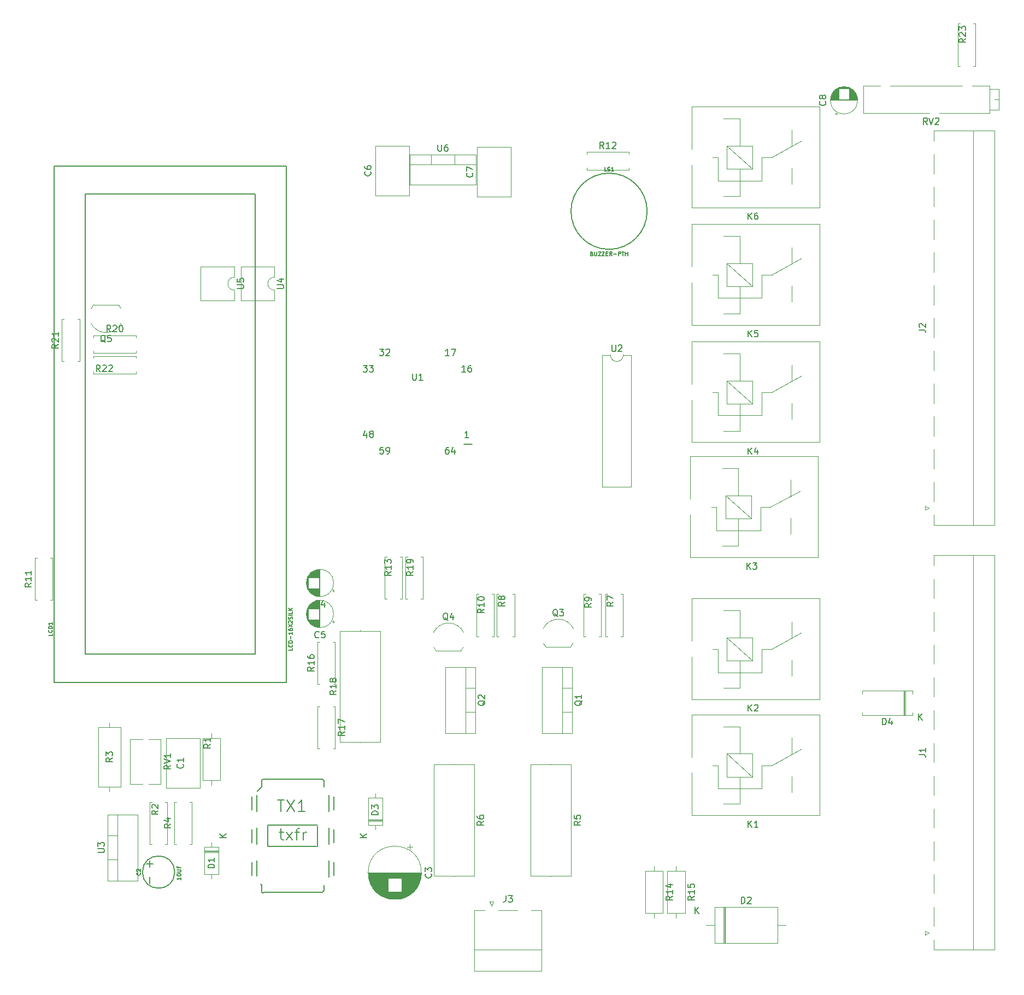
<source format=gbr>
%TF.GenerationSoftware,KiCad,Pcbnew,(5.1.6)-1*%
%TF.CreationDate,2021-02-23T05:00:00+06:00*%
%TF.ProjectId,Cabinate,43616269-6e61-4746-952e-6b696361645f,rev?*%
%TF.SameCoordinates,Original*%
%TF.FileFunction,Legend,Top*%
%TF.FilePolarity,Positive*%
%FSLAX46Y46*%
G04 Gerber Fmt 4.6, Leading zero omitted, Abs format (unit mm)*
G04 Created by KiCad (PCBNEW (5.1.6)-1) date 2021-02-23 05:00:00*
%MOMM*%
%LPD*%
G01*
G04 APERTURE LIST*
%ADD10C,0.120000*%
%ADD11C,0.203200*%
%ADD12C,0.127000*%
%ADD13C,0.152400*%
%ADD14C,0.150000*%
%ADD15C,0.177800*%
G04 APERTURE END LIST*
D10*
%TO.C,J3*%
X119550000Y-153290000D02*
X119550000Y-162710000D01*
X119550000Y-162710000D02*
X129930000Y-162710000D01*
X129930000Y-162710000D02*
X129930000Y-153290000D01*
X119550000Y-153290000D02*
X121150000Y-153290000D01*
X129930000Y-153290000D02*
X128330000Y-153290000D01*
X123250000Y-153290000D02*
X126230000Y-153290000D01*
X119550000Y-159400000D02*
X129930000Y-159400000D01*
X122500000Y-152000000D02*
X122200000Y-152600000D01*
X122200000Y-152600000D02*
X121900000Y-152000000D01*
X121900000Y-152000000D02*
X122500000Y-152000000D01*
%TO.C,RV2*%
X200840000Y-27670000D02*
X200081000Y-27670000D01*
X199321000Y-29290000D02*
X199321000Y-26050000D01*
X200840000Y-29290000D02*
X200840000Y-26050000D01*
X200840000Y-26050000D02*
X199321000Y-26050000D01*
X200840000Y-29290000D02*
X199321000Y-29290000D01*
X179780000Y-29820000D02*
X179780000Y-25520000D01*
X199320000Y-29820000D02*
X199320000Y-25520000D01*
X195130000Y-25520000D02*
X183969000Y-25520000D01*
X199320000Y-25520000D02*
X196669000Y-25520000D01*
X182430000Y-25520000D02*
X179780000Y-25520000D01*
X190050000Y-29820000D02*
X179780000Y-29820000D01*
X199320000Y-29820000D02*
X191589000Y-29820000D01*
%TO.C,R23*%
X194430000Y-22480000D02*
X194760000Y-22480000D01*
X194430000Y-15940000D02*
X194430000Y-22480000D01*
X194760000Y-15940000D02*
X194430000Y-15940000D01*
X197170000Y-22480000D02*
X196840000Y-22480000D01*
X197170000Y-15940000D02*
X197170000Y-22480000D01*
X196840000Y-15940000D02*
X197170000Y-15940000D01*
%TO.C,R22*%
X67080000Y-70170000D02*
X67080000Y-69840000D01*
X60540000Y-70170000D02*
X67080000Y-70170000D01*
X60540000Y-69840000D02*
X60540000Y-70170000D01*
X67080000Y-67430000D02*
X67080000Y-67760000D01*
X60540000Y-67430000D02*
X67080000Y-67430000D01*
X60540000Y-67760000D02*
X60540000Y-67430000D01*
%TO.C,R21*%
X58370000Y-61720000D02*
X58040000Y-61720000D01*
X58370000Y-68260000D02*
X58370000Y-61720000D01*
X58040000Y-68260000D02*
X58370000Y-68260000D01*
X55630000Y-61720000D02*
X55960000Y-61720000D01*
X55630000Y-68260000D02*
X55630000Y-61720000D01*
X55960000Y-68260000D02*
X55630000Y-68260000D01*
%TO.C,R20*%
X67080000Y-66970000D02*
X67080000Y-66640000D01*
X60540000Y-66970000D02*
X67080000Y-66970000D01*
X60540000Y-66640000D02*
X60540000Y-66970000D01*
X67080000Y-64230000D02*
X67080000Y-64560000D01*
X60540000Y-64230000D02*
X67080000Y-64230000D01*
X60540000Y-64560000D02*
X60540000Y-64230000D01*
%TO.C,Q5*%
X64400000Y-59500000D02*
X60550000Y-59500000D01*
X60157617Y-60087736D02*
G75*
G02*
X60550000Y-59500000I2302383J-1112264D01*
G01*
X60103600Y-62298807D02*
G75*
G03*
X62460000Y-63800000I2356400J1098807D01*
G01*
X64816400Y-62298807D02*
G75*
G02*
X62460000Y-63800000I-2356400J1098807D01*
G01*
X64782631Y-60077955D02*
G75*
G03*
X64400000Y-59500000I-2322631J-1122045D01*
G01*
%TO.C,C8*%
X175405000Y-29869801D02*
X175805000Y-29869801D01*
X175605000Y-30069801D02*
X175605000Y-29669801D01*
X176430000Y-25719000D02*
X177170000Y-25719000D01*
X176263000Y-25759000D02*
X177337000Y-25759000D01*
X176136000Y-25799000D02*
X177464000Y-25799000D01*
X176032000Y-25839000D02*
X177568000Y-25839000D01*
X175941000Y-25879000D02*
X177659000Y-25879000D01*
X175860000Y-25919000D02*
X177740000Y-25919000D01*
X175787000Y-25959000D02*
X177813000Y-25959000D01*
X177640000Y-25999000D02*
X177880000Y-25999000D01*
X175720000Y-25999000D02*
X175960000Y-25999000D01*
X177640000Y-26039000D02*
X177942000Y-26039000D01*
X175658000Y-26039000D02*
X175960000Y-26039000D01*
X177640000Y-26079000D02*
X178000000Y-26079000D01*
X175600000Y-26079000D02*
X175960000Y-26079000D01*
X177640000Y-26119000D02*
X178054000Y-26119000D01*
X175546000Y-26119000D02*
X175960000Y-26119000D01*
X177640000Y-26159000D02*
X178104000Y-26159000D01*
X175496000Y-26159000D02*
X175960000Y-26159000D01*
X177640000Y-26199000D02*
X178151000Y-26199000D01*
X175449000Y-26199000D02*
X175960000Y-26199000D01*
X177640000Y-26239000D02*
X178196000Y-26239000D01*
X175404000Y-26239000D02*
X175960000Y-26239000D01*
X177640000Y-26279000D02*
X178238000Y-26279000D01*
X175362000Y-26279000D02*
X175960000Y-26279000D01*
X177640000Y-26319000D02*
X178278000Y-26319000D01*
X175322000Y-26319000D02*
X175960000Y-26319000D01*
X177640000Y-26359000D02*
X178316000Y-26359000D01*
X175284000Y-26359000D02*
X175960000Y-26359000D01*
X177640000Y-26399000D02*
X178352000Y-26399000D01*
X175248000Y-26399000D02*
X175960000Y-26399000D01*
X177640000Y-26439000D02*
X178387000Y-26439000D01*
X175213000Y-26439000D02*
X175960000Y-26439000D01*
X177640000Y-26479000D02*
X178419000Y-26479000D01*
X175181000Y-26479000D02*
X175960000Y-26479000D01*
X177640000Y-26519000D02*
X178450000Y-26519000D01*
X175150000Y-26519000D02*
X175960000Y-26519000D01*
X177640000Y-26559000D02*
X178480000Y-26559000D01*
X175120000Y-26559000D02*
X175960000Y-26559000D01*
X177640000Y-26599000D02*
X178508000Y-26599000D01*
X175092000Y-26599000D02*
X175960000Y-26599000D01*
X177640000Y-26639000D02*
X178535000Y-26639000D01*
X175065000Y-26639000D02*
X175960000Y-26639000D01*
X177640000Y-26679000D02*
X178560000Y-26679000D01*
X175040000Y-26679000D02*
X175960000Y-26679000D01*
X177640000Y-26719000D02*
X178585000Y-26719000D01*
X175015000Y-26719000D02*
X175960000Y-26719000D01*
X177640000Y-26759000D02*
X178608000Y-26759000D01*
X174992000Y-26759000D02*
X175960000Y-26759000D01*
X177640000Y-26799000D02*
X178630000Y-26799000D01*
X174970000Y-26799000D02*
X175960000Y-26799000D01*
X177640000Y-26839000D02*
X178651000Y-26839000D01*
X174949000Y-26839000D02*
X175960000Y-26839000D01*
X177640000Y-26879000D02*
X178670000Y-26879000D01*
X174930000Y-26879000D02*
X175960000Y-26879000D01*
X177640000Y-26919000D02*
X178689000Y-26919000D01*
X174911000Y-26919000D02*
X175960000Y-26919000D01*
X177640000Y-26959000D02*
X178707000Y-26959000D01*
X174893000Y-26959000D02*
X175960000Y-26959000D01*
X177640000Y-26999000D02*
X178724000Y-26999000D01*
X174876000Y-26999000D02*
X175960000Y-26999000D01*
X177640000Y-27039000D02*
X178740000Y-27039000D01*
X174860000Y-27039000D02*
X175960000Y-27039000D01*
X177640000Y-27079000D02*
X178754000Y-27079000D01*
X174846000Y-27079000D02*
X175960000Y-27079000D01*
X177640000Y-27120000D02*
X178768000Y-27120000D01*
X174832000Y-27120000D02*
X175960000Y-27120000D01*
X177640000Y-27160000D02*
X178782000Y-27160000D01*
X174818000Y-27160000D02*
X175960000Y-27160000D01*
X177640000Y-27200000D02*
X178794000Y-27200000D01*
X174806000Y-27200000D02*
X175960000Y-27200000D01*
X177640000Y-27240000D02*
X178805000Y-27240000D01*
X174795000Y-27240000D02*
X175960000Y-27240000D01*
X177640000Y-27280000D02*
X178816000Y-27280000D01*
X174784000Y-27280000D02*
X175960000Y-27280000D01*
X177640000Y-27320000D02*
X178825000Y-27320000D01*
X174775000Y-27320000D02*
X175960000Y-27320000D01*
X177640000Y-27360000D02*
X178834000Y-27360000D01*
X174766000Y-27360000D02*
X175960000Y-27360000D01*
X177640000Y-27400000D02*
X178842000Y-27400000D01*
X174758000Y-27400000D02*
X175960000Y-27400000D01*
X177640000Y-27440000D02*
X178850000Y-27440000D01*
X174750000Y-27440000D02*
X175960000Y-27440000D01*
X177640000Y-27480000D02*
X178856000Y-27480000D01*
X174744000Y-27480000D02*
X175960000Y-27480000D01*
X177640000Y-27520000D02*
X178862000Y-27520000D01*
X174738000Y-27520000D02*
X175960000Y-27520000D01*
X177640000Y-27560000D02*
X178867000Y-27560000D01*
X174733000Y-27560000D02*
X175960000Y-27560000D01*
X177640000Y-27600000D02*
X178871000Y-27600000D01*
X174729000Y-27600000D02*
X175960000Y-27600000D01*
X174726000Y-27640000D02*
X178874000Y-27640000D01*
X174723000Y-27680000D02*
X178877000Y-27680000D01*
X174721000Y-27720000D02*
X178879000Y-27720000D01*
X174720000Y-27760000D02*
X178880000Y-27760000D01*
X174720000Y-27800000D02*
X178880000Y-27800000D01*
X178920000Y-27800000D02*
G75*
G03*
X178920000Y-27800000I-2120000J0D01*
G01*
%TO.C,C7*%
X119980000Y-35030000D02*
X125220000Y-35030000D01*
X119980000Y-42770000D02*
X125220000Y-42770000D01*
X125220000Y-42770000D02*
X125220000Y-35030000D01*
X119980000Y-42770000D02*
X119980000Y-35030000D01*
%TO.C,C6*%
X104180000Y-34830000D02*
X109420000Y-34830000D01*
X104180000Y-42570000D02*
X109420000Y-42570000D01*
X109420000Y-42570000D02*
X109420000Y-34830000D01*
X104180000Y-42570000D02*
X104180000Y-34830000D01*
%TO.C,U6*%
X116501000Y-36230000D02*
X116501000Y-37740000D01*
X112800000Y-36230000D02*
X112800000Y-37740000D01*
X109530000Y-37740000D02*
X119770000Y-37740000D01*
X119770000Y-36230000D02*
X119770000Y-40871000D01*
X109530000Y-36230000D02*
X109530000Y-40871000D01*
X109530000Y-40871000D02*
X119770000Y-40871000D01*
X109530000Y-36230000D02*
X119770000Y-36230000D01*
%TO.C,R19*%
X111240000Y-98540000D02*
X111570000Y-98540000D01*
X111570000Y-98540000D02*
X111570000Y-105080000D01*
X111570000Y-105080000D02*
X111240000Y-105080000D01*
X109160000Y-98540000D02*
X108830000Y-98540000D01*
X108830000Y-98540000D02*
X108830000Y-105080000D01*
X108830000Y-105080000D02*
X109160000Y-105080000D01*
%TO.C,D4*%
X187440000Y-122640000D02*
X187440000Y-123120000D01*
X187440000Y-123120000D02*
X179600000Y-123120000D01*
X179600000Y-123120000D02*
X179600000Y-122640000D01*
X187440000Y-119760000D02*
X187440000Y-119280000D01*
X187440000Y-119280000D02*
X179600000Y-119280000D01*
X179600000Y-119280000D02*
X179600000Y-119760000D01*
X186180000Y-123120000D02*
X186180000Y-119280000D01*
X186060000Y-123120000D02*
X186060000Y-119280000D01*
X186300000Y-123120000D02*
X186300000Y-119280000D01*
%TO.C,C5*%
X97720000Y-107400000D02*
G75*
G03*
X97720000Y-107400000I-2120000J0D01*
G01*
X95600000Y-109480000D02*
X95600000Y-105320000D01*
X95560000Y-109480000D02*
X95560000Y-105320000D01*
X95520000Y-109479000D02*
X95520000Y-105321000D01*
X95480000Y-109477000D02*
X95480000Y-105323000D01*
X95440000Y-109474000D02*
X95440000Y-105326000D01*
X95400000Y-109471000D02*
X95400000Y-108240000D01*
X95400000Y-106560000D02*
X95400000Y-105329000D01*
X95360000Y-109467000D02*
X95360000Y-108240000D01*
X95360000Y-106560000D02*
X95360000Y-105333000D01*
X95320000Y-109462000D02*
X95320000Y-108240000D01*
X95320000Y-106560000D02*
X95320000Y-105338000D01*
X95280000Y-109456000D02*
X95280000Y-108240000D01*
X95280000Y-106560000D02*
X95280000Y-105344000D01*
X95240000Y-109450000D02*
X95240000Y-108240000D01*
X95240000Y-106560000D02*
X95240000Y-105350000D01*
X95200000Y-109442000D02*
X95200000Y-108240000D01*
X95200000Y-106560000D02*
X95200000Y-105358000D01*
X95160000Y-109434000D02*
X95160000Y-108240000D01*
X95160000Y-106560000D02*
X95160000Y-105366000D01*
X95120000Y-109425000D02*
X95120000Y-108240000D01*
X95120000Y-106560000D02*
X95120000Y-105375000D01*
X95080000Y-109416000D02*
X95080000Y-108240000D01*
X95080000Y-106560000D02*
X95080000Y-105384000D01*
X95040000Y-109405000D02*
X95040000Y-108240000D01*
X95040000Y-106560000D02*
X95040000Y-105395000D01*
X95000000Y-109394000D02*
X95000000Y-108240000D01*
X95000000Y-106560000D02*
X95000000Y-105406000D01*
X94960000Y-109382000D02*
X94960000Y-108240000D01*
X94960000Y-106560000D02*
X94960000Y-105418000D01*
X94920000Y-109368000D02*
X94920000Y-108240000D01*
X94920000Y-106560000D02*
X94920000Y-105432000D01*
X94879000Y-109354000D02*
X94879000Y-108240000D01*
X94879000Y-106560000D02*
X94879000Y-105446000D01*
X94839000Y-109340000D02*
X94839000Y-108240000D01*
X94839000Y-106560000D02*
X94839000Y-105460000D01*
X94799000Y-109324000D02*
X94799000Y-108240000D01*
X94799000Y-106560000D02*
X94799000Y-105476000D01*
X94759000Y-109307000D02*
X94759000Y-108240000D01*
X94759000Y-106560000D02*
X94759000Y-105493000D01*
X94719000Y-109289000D02*
X94719000Y-108240000D01*
X94719000Y-106560000D02*
X94719000Y-105511000D01*
X94679000Y-109270000D02*
X94679000Y-108240000D01*
X94679000Y-106560000D02*
X94679000Y-105530000D01*
X94639000Y-109251000D02*
X94639000Y-108240000D01*
X94639000Y-106560000D02*
X94639000Y-105549000D01*
X94599000Y-109230000D02*
X94599000Y-108240000D01*
X94599000Y-106560000D02*
X94599000Y-105570000D01*
X94559000Y-109208000D02*
X94559000Y-108240000D01*
X94559000Y-106560000D02*
X94559000Y-105592000D01*
X94519000Y-109185000D02*
X94519000Y-108240000D01*
X94519000Y-106560000D02*
X94519000Y-105615000D01*
X94479000Y-109160000D02*
X94479000Y-108240000D01*
X94479000Y-106560000D02*
X94479000Y-105640000D01*
X94439000Y-109135000D02*
X94439000Y-108240000D01*
X94439000Y-106560000D02*
X94439000Y-105665000D01*
X94399000Y-109108000D02*
X94399000Y-108240000D01*
X94399000Y-106560000D02*
X94399000Y-105692000D01*
X94359000Y-109080000D02*
X94359000Y-108240000D01*
X94359000Y-106560000D02*
X94359000Y-105720000D01*
X94319000Y-109050000D02*
X94319000Y-108240000D01*
X94319000Y-106560000D02*
X94319000Y-105750000D01*
X94279000Y-109019000D02*
X94279000Y-108240000D01*
X94279000Y-106560000D02*
X94279000Y-105781000D01*
X94239000Y-108987000D02*
X94239000Y-108240000D01*
X94239000Y-106560000D02*
X94239000Y-105813000D01*
X94199000Y-108952000D02*
X94199000Y-108240000D01*
X94199000Y-106560000D02*
X94199000Y-105848000D01*
X94159000Y-108916000D02*
X94159000Y-108240000D01*
X94159000Y-106560000D02*
X94159000Y-105884000D01*
X94119000Y-108878000D02*
X94119000Y-108240000D01*
X94119000Y-106560000D02*
X94119000Y-105922000D01*
X94079000Y-108838000D02*
X94079000Y-108240000D01*
X94079000Y-106560000D02*
X94079000Y-105962000D01*
X94039000Y-108796000D02*
X94039000Y-108240000D01*
X94039000Y-106560000D02*
X94039000Y-106004000D01*
X93999000Y-108751000D02*
X93999000Y-108240000D01*
X93999000Y-106560000D02*
X93999000Y-106049000D01*
X93959000Y-108704000D02*
X93959000Y-108240000D01*
X93959000Y-106560000D02*
X93959000Y-106096000D01*
X93919000Y-108654000D02*
X93919000Y-108240000D01*
X93919000Y-106560000D02*
X93919000Y-106146000D01*
X93879000Y-108600000D02*
X93879000Y-108240000D01*
X93879000Y-106560000D02*
X93879000Y-106200000D01*
X93839000Y-108542000D02*
X93839000Y-108240000D01*
X93839000Y-106560000D02*
X93839000Y-106258000D01*
X93799000Y-108480000D02*
X93799000Y-108240000D01*
X93799000Y-106560000D02*
X93799000Y-106320000D01*
X93759000Y-108413000D02*
X93759000Y-106387000D01*
X93719000Y-108340000D02*
X93719000Y-106460000D01*
X93679000Y-108259000D02*
X93679000Y-106541000D01*
X93639000Y-108168000D02*
X93639000Y-106632000D01*
X93599000Y-108064000D02*
X93599000Y-106736000D01*
X93559000Y-107937000D02*
X93559000Y-106863000D01*
X93519000Y-107770000D02*
X93519000Y-107030000D01*
X97869801Y-108595000D02*
X97469801Y-108595000D01*
X97669801Y-108795000D02*
X97669801Y-108395000D01*
%TO.C,R18*%
X98680000Y-127260000D02*
X104920000Y-127260000D01*
X104920000Y-127260000D02*
X104920000Y-110020000D01*
X104920000Y-110020000D02*
X98680000Y-110020000D01*
X98680000Y-110020000D02*
X98680000Y-127260000D01*
X101800000Y-127360000D02*
X101800000Y-127260000D01*
X101800000Y-109920000D02*
X101800000Y-110020000D01*
%TO.C,R17*%
X97640000Y-121740000D02*
X97970000Y-121740000D01*
X97970000Y-121740000D02*
X97970000Y-128280000D01*
X97970000Y-128280000D02*
X97640000Y-128280000D01*
X95560000Y-121740000D02*
X95230000Y-121740000D01*
X95230000Y-121740000D02*
X95230000Y-128280000D01*
X95230000Y-128280000D02*
X95560000Y-128280000D01*
%TO.C,R16*%
X95560000Y-118260000D02*
X95230000Y-118260000D01*
X95230000Y-118260000D02*
X95230000Y-111720000D01*
X95230000Y-111720000D02*
X95560000Y-111720000D01*
X97640000Y-118260000D02*
X97970000Y-118260000D01*
X97970000Y-118260000D02*
X97970000Y-111720000D01*
X97970000Y-111720000D02*
X97640000Y-111720000D01*
%TO.C,R14*%
X148770000Y-147210000D02*
X146030000Y-147210000D01*
X146030000Y-147210000D02*
X146030000Y-153750000D01*
X146030000Y-153750000D02*
X148770000Y-153750000D01*
X148770000Y-153750000D02*
X148770000Y-147210000D01*
X147400000Y-146440000D02*
X147400000Y-147210000D01*
X147400000Y-154520000D02*
X147400000Y-153750000D01*
%TO.C,R15*%
X152170000Y-147210000D02*
X149430000Y-147210000D01*
X149430000Y-147210000D02*
X149430000Y-153750000D01*
X149430000Y-153750000D02*
X152170000Y-153750000D01*
X152170000Y-153750000D02*
X152170000Y-147210000D01*
X150800000Y-146440000D02*
X150800000Y-147210000D01*
X150800000Y-154520000D02*
X150800000Y-153750000D01*
%TO.C,U5*%
X82330000Y-55210000D02*
X82330000Y-53560000D01*
X82330000Y-53560000D02*
X77130000Y-53560000D01*
X77130000Y-53560000D02*
X77130000Y-58860000D01*
X77130000Y-58860000D02*
X82330000Y-58860000D01*
X82330000Y-58860000D02*
X82330000Y-57210000D01*
X82330000Y-57210000D02*
G75*
G02*
X82330000Y-55210000I0J1000000D01*
G01*
%TO.C,U4*%
X88530000Y-55210000D02*
X88530000Y-53560000D01*
X88530000Y-53560000D02*
X83330000Y-53560000D01*
X83330000Y-53560000D02*
X83330000Y-58860000D01*
X83330000Y-58860000D02*
X88530000Y-58860000D01*
X88530000Y-58860000D02*
X88530000Y-57210000D01*
X88530000Y-57210000D02*
G75*
G02*
X88530000Y-55210000I0J1000000D01*
G01*
%TO.C,R13*%
X108040000Y-98540000D02*
X108370000Y-98540000D01*
X108370000Y-98540000D02*
X108370000Y-105080000D01*
X108370000Y-105080000D02*
X108040000Y-105080000D01*
X105960000Y-98540000D02*
X105630000Y-98540000D01*
X105630000Y-98540000D02*
X105630000Y-105080000D01*
X105630000Y-105080000D02*
X105960000Y-105080000D01*
%TO.C,C4*%
X97720000Y-102600000D02*
G75*
G03*
X97720000Y-102600000I-2120000J0D01*
G01*
X95600000Y-104680000D02*
X95600000Y-100520000D01*
X95560000Y-104680000D02*
X95560000Y-100520000D01*
X95520000Y-104679000D02*
X95520000Y-100521000D01*
X95480000Y-104677000D02*
X95480000Y-100523000D01*
X95440000Y-104674000D02*
X95440000Y-100526000D01*
X95400000Y-104671000D02*
X95400000Y-103440000D01*
X95400000Y-101760000D02*
X95400000Y-100529000D01*
X95360000Y-104667000D02*
X95360000Y-103440000D01*
X95360000Y-101760000D02*
X95360000Y-100533000D01*
X95320000Y-104662000D02*
X95320000Y-103440000D01*
X95320000Y-101760000D02*
X95320000Y-100538000D01*
X95280000Y-104656000D02*
X95280000Y-103440000D01*
X95280000Y-101760000D02*
X95280000Y-100544000D01*
X95240000Y-104650000D02*
X95240000Y-103440000D01*
X95240000Y-101760000D02*
X95240000Y-100550000D01*
X95200000Y-104642000D02*
X95200000Y-103440000D01*
X95200000Y-101760000D02*
X95200000Y-100558000D01*
X95160000Y-104634000D02*
X95160000Y-103440000D01*
X95160000Y-101760000D02*
X95160000Y-100566000D01*
X95120000Y-104625000D02*
X95120000Y-103440000D01*
X95120000Y-101760000D02*
X95120000Y-100575000D01*
X95080000Y-104616000D02*
X95080000Y-103440000D01*
X95080000Y-101760000D02*
X95080000Y-100584000D01*
X95040000Y-104605000D02*
X95040000Y-103440000D01*
X95040000Y-101760000D02*
X95040000Y-100595000D01*
X95000000Y-104594000D02*
X95000000Y-103440000D01*
X95000000Y-101760000D02*
X95000000Y-100606000D01*
X94960000Y-104582000D02*
X94960000Y-103440000D01*
X94960000Y-101760000D02*
X94960000Y-100618000D01*
X94920000Y-104568000D02*
X94920000Y-103440000D01*
X94920000Y-101760000D02*
X94920000Y-100632000D01*
X94879000Y-104554000D02*
X94879000Y-103440000D01*
X94879000Y-101760000D02*
X94879000Y-100646000D01*
X94839000Y-104540000D02*
X94839000Y-103440000D01*
X94839000Y-101760000D02*
X94839000Y-100660000D01*
X94799000Y-104524000D02*
X94799000Y-103440000D01*
X94799000Y-101760000D02*
X94799000Y-100676000D01*
X94759000Y-104507000D02*
X94759000Y-103440000D01*
X94759000Y-101760000D02*
X94759000Y-100693000D01*
X94719000Y-104489000D02*
X94719000Y-103440000D01*
X94719000Y-101760000D02*
X94719000Y-100711000D01*
X94679000Y-104470000D02*
X94679000Y-103440000D01*
X94679000Y-101760000D02*
X94679000Y-100730000D01*
X94639000Y-104451000D02*
X94639000Y-103440000D01*
X94639000Y-101760000D02*
X94639000Y-100749000D01*
X94599000Y-104430000D02*
X94599000Y-103440000D01*
X94599000Y-101760000D02*
X94599000Y-100770000D01*
X94559000Y-104408000D02*
X94559000Y-103440000D01*
X94559000Y-101760000D02*
X94559000Y-100792000D01*
X94519000Y-104385000D02*
X94519000Y-103440000D01*
X94519000Y-101760000D02*
X94519000Y-100815000D01*
X94479000Y-104360000D02*
X94479000Y-103440000D01*
X94479000Y-101760000D02*
X94479000Y-100840000D01*
X94439000Y-104335000D02*
X94439000Y-103440000D01*
X94439000Y-101760000D02*
X94439000Y-100865000D01*
X94399000Y-104308000D02*
X94399000Y-103440000D01*
X94399000Y-101760000D02*
X94399000Y-100892000D01*
X94359000Y-104280000D02*
X94359000Y-103440000D01*
X94359000Y-101760000D02*
X94359000Y-100920000D01*
X94319000Y-104250000D02*
X94319000Y-103440000D01*
X94319000Y-101760000D02*
X94319000Y-100950000D01*
X94279000Y-104219000D02*
X94279000Y-103440000D01*
X94279000Y-101760000D02*
X94279000Y-100981000D01*
X94239000Y-104187000D02*
X94239000Y-103440000D01*
X94239000Y-101760000D02*
X94239000Y-101013000D01*
X94199000Y-104152000D02*
X94199000Y-103440000D01*
X94199000Y-101760000D02*
X94199000Y-101048000D01*
X94159000Y-104116000D02*
X94159000Y-103440000D01*
X94159000Y-101760000D02*
X94159000Y-101084000D01*
X94119000Y-104078000D02*
X94119000Y-103440000D01*
X94119000Y-101760000D02*
X94119000Y-101122000D01*
X94079000Y-104038000D02*
X94079000Y-103440000D01*
X94079000Y-101760000D02*
X94079000Y-101162000D01*
X94039000Y-103996000D02*
X94039000Y-103440000D01*
X94039000Y-101760000D02*
X94039000Y-101204000D01*
X93999000Y-103951000D02*
X93999000Y-103440000D01*
X93999000Y-101760000D02*
X93999000Y-101249000D01*
X93959000Y-103904000D02*
X93959000Y-103440000D01*
X93959000Y-101760000D02*
X93959000Y-101296000D01*
X93919000Y-103854000D02*
X93919000Y-103440000D01*
X93919000Y-101760000D02*
X93919000Y-101346000D01*
X93879000Y-103800000D02*
X93879000Y-103440000D01*
X93879000Y-101760000D02*
X93879000Y-101400000D01*
X93839000Y-103742000D02*
X93839000Y-103440000D01*
X93839000Y-101760000D02*
X93839000Y-101458000D01*
X93799000Y-103680000D02*
X93799000Y-103440000D01*
X93799000Y-101760000D02*
X93799000Y-101520000D01*
X93759000Y-103613000D02*
X93759000Y-101587000D01*
X93719000Y-103540000D02*
X93719000Y-101660000D01*
X93679000Y-103459000D02*
X93679000Y-101741000D01*
X93639000Y-103368000D02*
X93639000Y-101832000D01*
X93599000Y-103264000D02*
X93599000Y-101936000D01*
X93559000Y-103137000D02*
X93559000Y-102063000D01*
X93519000Y-102970000D02*
X93519000Y-102230000D01*
X97869801Y-103795000D02*
X97469801Y-103795000D01*
X97669801Y-103995000D02*
X97669801Y-103595000D01*
%TO.C,R12*%
X136940000Y-36160000D02*
X136940000Y-35830000D01*
X136940000Y-35830000D02*
X143480000Y-35830000D01*
X143480000Y-35830000D02*
X143480000Y-36160000D01*
X136940000Y-38240000D02*
X136940000Y-38570000D01*
X136940000Y-38570000D02*
X143480000Y-38570000D01*
X143480000Y-38570000D02*
X143480000Y-38240000D01*
D11*
%TO.C,LS1*%
X146297880Y-45000000D02*
G75*
G03*
X146297880Y-45000000I-5897880J0D01*
G01*
D10*
%TO.C,R11*%
X54170000Y-98720000D02*
X53840000Y-98720000D01*
X54170000Y-105260000D02*
X54170000Y-98720000D01*
X53840000Y-105260000D02*
X54170000Y-105260000D01*
X51430000Y-98720000D02*
X51760000Y-98720000D01*
X51430000Y-105260000D02*
X51430000Y-98720000D01*
X51760000Y-105260000D02*
X51430000Y-105260000D01*
D11*
%TO.C,LCD1*%
X54401560Y-117999920D02*
X54401560Y-38000080D01*
X54401560Y-38000080D02*
X90398440Y-38000080D01*
X90398440Y-38000080D02*
X90398440Y-117999920D01*
X90398440Y-117999920D02*
X54401560Y-117999920D01*
X59250420Y-113648900D02*
X59250420Y-42351100D01*
X59250420Y-42351100D02*
X85549580Y-42351100D01*
X85549580Y-42351100D02*
X85549580Y-113648900D01*
X85549580Y-113648900D02*
X59250420Y-113648900D01*
D10*
%TO.C,R10*%
X120160000Y-110860000D02*
X119830000Y-110860000D01*
X119830000Y-110860000D02*
X119830000Y-104320000D01*
X119830000Y-104320000D02*
X120160000Y-104320000D01*
X122240000Y-110860000D02*
X122570000Y-110860000D01*
X122570000Y-110860000D02*
X122570000Y-104320000D01*
X122570000Y-104320000D02*
X122240000Y-104320000D01*
%TO.C,R9*%
X136760000Y-110860000D02*
X136430000Y-110860000D01*
X136430000Y-110860000D02*
X136430000Y-104320000D01*
X136430000Y-104320000D02*
X136760000Y-104320000D01*
X138840000Y-110860000D02*
X139170000Y-110860000D01*
X139170000Y-110860000D02*
X139170000Y-104320000D01*
X139170000Y-104320000D02*
X138840000Y-104320000D01*
%TO.C,R8*%
X123360000Y-110860000D02*
X123030000Y-110860000D01*
X123030000Y-110860000D02*
X123030000Y-104320000D01*
X123030000Y-104320000D02*
X123360000Y-104320000D01*
X125440000Y-110860000D02*
X125770000Y-110860000D01*
X125770000Y-110860000D02*
X125770000Y-104320000D01*
X125770000Y-104320000D02*
X125440000Y-104320000D01*
%TO.C,R7*%
X140160000Y-110860000D02*
X139830000Y-110860000D01*
X139830000Y-110860000D02*
X139830000Y-104320000D01*
X139830000Y-104320000D02*
X140160000Y-104320000D01*
X142240000Y-110860000D02*
X142570000Y-110860000D01*
X142570000Y-110860000D02*
X142570000Y-104320000D01*
X142570000Y-104320000D02*
X142240000Y-104320000D01*
%TO.C,Q4*%
X113600000Y-113100000D02*
X117450000Y-113100000D01*
X117842383Y-112512264D02*
G75*
G02*
X117450000Y-113100000I-2302383J1112264D01*
G01*
X117896400Y-110301193D02*
G75*
G03*
X115540000Y-108800000I-2356400J-1098807D01*
G01*
X113183600Y-110301193D02*
G75*
G02*
X115540000Y-108800000I2356400J-1098807D01*
G01*
X113217369Y-112522045D02*
G75*
G03*
X113600000Y-113100000I2322631J1122045D01*
G01*
%TO.C,Q3*%
X130600000Y-112500000D02*
X134450000Y-112500000D01*
X134842383Y-111912264D02*
G75*
G02*
X134450000Y-112500000I-2302383J1112264D01*
G01*
X134896400Y-109701193D02*
G75*
G03*
X132540000Y-108200000I-2356400J-1098807D01*
G01*
X130183600Y-109701193D02*
G75*
G02*
X132540000Y-108200000I2356400J-1098807D01*
G01*
X130217369Y-111922045D02*
G75*
G03*
X130600000Y-112500000I2322631J1122045D01*
G01*
%TO.C,R6*%
X116400000Y-148080000D02*
X116400000Y-147980000D01*
X116400000Y-130640000D02*
X116400000Y-130740000D01*
X119520000Y-147980000D02*
X119520000Y-130740000D01*
X113280000Y-147980000D02*
X119520000Y-147980000D01*
X113280000Y-130740000D02*
X113280000Y-147980000D01*
X119520000Y-130740000D02*
X113280000Y-130740000D01*
%TO.C,R5*%
X131400000Y-148080000D02*
X131400000Y-147980000D01*
X131400000Y-130640000D02*
X131400000Y-130740000D01*
X134520000Y-147980000D02*
X134520000Y-130740000D01*
X128280000Y-147980000D02*
X134520000Y-147980000D01*
X128280000Y-130740000D02*
X128280000Y-147980000D01*
X134520000Y-130740000D02*
X128280000Y-130740000D01*
%TO.C,Q2*%
X119670000Y-122591000D02*
X118160000Y-122591000D01*
X119670000Y-118890000D02*
X118160000Y-118890000D01*
X118160000Y-115620000D02*
X118160000Y-125860000D01*
X119670000Y-125860000D02*
X115029000Y-125860000D01*
X119670000Y-115620000D02*
X115029000Y-115620000D01*
X115029000Y-115620000D02*
X115029000Y-125860000D01*
X119670000Y-115620000D02*
X119670000Y-125860000D01*
%TO.C,Q1*%
X134670000Y-122591000D02*
X133160000Y-122591000D01*
X134670000Y-118890000D02*
X133160000Y-118890000D01*
X133160000Y-115620000D02*
X133160000Y-125860000D01*
X134670000Y-125860000D02*
X130029000Y-125860000D01*
X134670000Y-115620000D02*
X130029000Y-115620000D01*
X130029000Y-115620000D02*
X130029000Y-125860000D01*
X134670000Y-115620000D02*
X134670000Y-125860000D01*
%TO.C,R4*%
X75770000Y-136520000D02*
X75440000Y-136520000D01*
X75770000Y-143060000D02*
X75770000Y-136520000D01*
X75440000Y-143060000D02*
X75770000Y-143060000D01*
X73030000Y-136520000D02*
X73360000Y-136520000D01*
X73030000Y-143060000D02*
X73030000Y-136520000D01*
X73360000Y-143060000D02*
X73030000Y-143060000D01*
%TO.C,RV1*%
X68104000Y-133735000D02*
X66140000Y-133735000D01*
X70880000Y-133735000D02*
X69094000Y-133735000D01*
X68104000Y-126785000D02*
X66140000Y-126785000D01*
X70880000Y-126785000D02*
X69094000Y-126785000D01*
X66140000Y-126785000D02*
X66140000Y-133735000D01*
X70880000Y-126785000D02*
X70880000Y-133735000D01*
%TO.C,C3*%
X109915000Y-143490302D02*
X109115000Y-143490302D01*
X109515000Y-143090302D02*
X109515000Y-143890302D01*
X107733000Y-151581000D02*
X106667000Y-151581000D01*
X107968000Y-151541000D02*
X106432000Y-151541000D01*
X108148000Y-151501000D02*
X106252000Y-151501000D01*
X108298000Y-151461000D02*
X106102000Y-151461000D01*
X108429000Y-151421000D02*
X105971000Y-151421000D01*
X108546000Y-151381000D02*
X105854000Y-151381000D01*
X108653000Y-151341000D02*
X105747000Y-151341000D01*
X108752000Y-151301000D02*
X105648000Y-151301000D01*
X108845000Y-151261000D02*
X105555000Y-151261000D01*
X108931000Y-151221000D02*
X105469000Y-151221000D01*
X109013000Y-151181000D02*
X105387000Y-151181000D01*
X109090000Y-151141000D02*
X105310000Y-151141000D01*
X109164000Y-151101000D02*
X105236000Y-151101000D01*
X109234000Y-151061000D02*
X105166000Y-151061000D01*
X109302000Y-151021000D02*
X105098000Y-151021000D01*
X109366000Y-150981000D02*
X105034000Y-150981000D01*
X109428000Y-150941000D02*
X104972000Y-150941000D01*
X109487000Y-150901000D02*
X104913000Y-150901000D01*
X109545000Y-150861000D02*
X104855000Y-150861000D01*
X109600000Y-150821000D02*
X104800000Y-150821000D01*
X109654000Y-150781000D02*
X104746000Y-150781000D01*
X109705000Y-150741000D02*
X104695000Y-150741000D01*
X109756000Y-150701000D02*
X104644000Y-150701000D01*
X109804000Y-150661000D02*
X104596000Y-150661000D01*
X109851000Y-150621000D02*
X104549000Y-150621000D01*
X109897000Y-150581000D02*
X104503000Y-150581000D01*
X109941000Y-150541000D02*
X104459000Y-150541000D01*
X109984000Y-150501000D02*
X104416000Y-150501000D01*
X110026000Y-150461000D02*
X104374000Y-150461000D01*
X106160000Y-150421000D02*
X104333000Y-150421000D01*
X110067000Y-150421000D02*
X108240000Y-150421000D01*
X106160000Y-150381000D02*
X104293000Y-150381000D01*
X110107000Y-150381000D02*
X108240000Y-150381000D01*
X106160000Y-150341000D02*
X104255000Y-150341000D01*
X110145000Y-150341000D02*
X108240000Y-150341000D01*
X106160000Y-150301000D02*
X104217000Y-150301000D01*
X110183000Y-150301000D02*
X108240000Y-150301000D01*
X106160000Y-150261000D02*
X104181000Y-150261000D01*
X110219000Y-150261000D02*
X108240000Y-150261000D01*
X106160000Y-150221000D02*
X104145000Y-150221000D01*
X110255000Y-150221000D02*
X108240000Y-150221000D01*
X106160000Y-150181000D02*
X104110000Y-150181000D01*
X110290000Y-150181000D02*
X108240000Y-150181000D01*
X106160000Y-150141000D02*
X104076000Y-150141000D01*
X110324000Y-150141000D02*
X108240000Y-150141000D01*
X106160000Y-150101000D02*
X104044000Y-150101000D01*
X110356000Y-150101000D02*
X108240000Y-150101000D01*
X106160000Y-150061000D02*
X104011000Y-150061000D01*
X110389000Y-150061000D02*
X108240000Y-150061000D01*
X106160000Y-150021000D02*
X103980000Y-150021000D01*
X110420000Y-150021000D02*
X108240000Y-150021000D01*
X106160000Y-149981000D02*
X103950000Y-149981000D01*
X110450000Y-149981000D02*
X108240000Y-149981000D01*
X106160000Y-149941000D02*
X103920000Y-149941000D01*
X110480000Y-149941000D02*
X108240000Y-149941000D01*
X106160000Y-149901000D02*
X103891000Y-149901000D01*
X110509000Y-149901000D02*
X108240000Y-149901000D01*
X106160000Y-149861000D02*
X103862000Y-149861000D01*
X110538000Y-149861000D02*
X108240000Y-149861000D01*
X106160000Y-149821000D02*
X103835000Y-149821000D01*
X110565000Y-149821000D02*
X108240000Y-149821000D01*
X106160000Y-149781000D02*
X103808000Y-149781000D01*
X110592000Y-149781000D02*
X108240000Y-149781000D01*
X106160000Y-149741000D02*
X103782000Y-149741000D01*
X110618000Y-149741000D02*
X108240000Y-149741000D01*
X106160000Y-149701000D02*
X103756000Y-149701000D01*
X110644000Y-149701000D02*
X108240000Y-149701000D01*
X106160000Y-149661000D02*
X103731000Y-149661000D01*
X110669000Y-149661000D02*
X108240000Y-149661000D01*
X106160000Y-149621000D02*
X103707000Y-149621000D01*
X110693000Y-149621000D02*
X108240000Y-149621000D01*
X106160000Y-149581000D02*
X103683000Y-149581000D01*
X110717000Y-149581000D02*
X108240000Y-149581000D01*
X106160000Y-149541000D02*
X103660000Y-149541000D01*
X110740000Y-149541000D02*
X108240000Y-149541000D01*
X106160000Y-149501000D02*
X103638000Y-149501000D01*
X110762000Y-149501000D02*
X108240000Y-149501000D01*
X106160000Y-149461000D02*
X103616000Y-149461000D01*
X110784000Y-149461000D02*
X108240000Y-149461000D01*
X106160000Y-149421000D02*
X103594000Y-149421000D01*
X110806000Y-149421000D02*
X108240000Y-149421000D01*
X106160000Y-149381000D02*
X103573000Y-149381000D01*
X110827000Y-149381000D02*
X108240000Y-149381000D01*
X106160000Y-149341000D02*
X103553000Y-149341000D01*
X110847000Y-149341000D02*
X108240000Y-149341000D01*
X106160000Y-149301000D02*
X103534000Y-149301000D01*
X110866000Y-149301000D02*
X108240000Y-149301000D01*
X106160000Y-149261000D02*
X103514000Y-149261000D01*
X110886000Y-149261000D02*
X108240000Y-149261000D01*
X106160000Y-149221000D02*
X103496000Y-149221000D01*
X110904000Y-149221000D02*
X108240000Y-149221000D01*
X106160000Y-149181000D02*
X103478000Y-149181000D01*
X110922000Y-149181000D02*
X108240000Y-149181000D01*
X106160000Y-149141000D02*
X103460000Y-149141000D01*
X110940000Y-149141000D02*
X108240000Y-149141000D01*
X106160000Y-149101000D02*
X103443000Y-149101000D01*
X110957000Y-149101000D02*
X108240000Y-149101000D01*
X106160000Y-149061000D02*
X103426000Y-149061000D01*
X110974000Y-149061000D02*
X108240000Y-149061000D01*
X106160000Y-149021000D02*
X103410000Y-149021000D01*
X110990000Y-149021000D02*
X108240000Y-149021000D01*
X106160000Y-148981000D02*
X103395000Y-148981000D01*
X111005000Y-148981000D02*
X108240000Y-148981000D01*
X106160000Y-148941000D02*
X103379000Y-148941000D01*
X111021000Y-148941000D02*
X108240000Y-148941000D01*
X106160000Y-148901000D02*
X103365000Y-148901000D01*
X111035000Y-148901000D02*
X108240000Y-148901000D01*
X106160000Y-148861000D02*
X103350000Y-148861000D01*
X111050000Y-148861000D02*
X108240000Y-148861000D01*
X106160000Y-148821000D02*
X103337000Y-148821000D01*
X111063000Y-148821000D02*
X108240000Y-148821000D01*
X106160000Y-148781000D02*
X103323000Y-148781000D01*
X111077000Y-148781000D02*
X108240000Y-148781000D01*
X106160000Y-148741000D02*
X103311000Y-148741000D01*
X111089000Y-148741000D02*
X108240000Y-148741000D01*
X106160000Y-148701000D02*
X103298000Y-148701000D01*
X111102000Y-148701000D02*
X108240000Y-148701000D01*
X106160000Y-148661000D02*
X103286000Y-148661000D01*
X111114000Y-148661000D02*
X108240000Y-148661000D01*
X106160000Y-148621000D02*
X103275000Y-148621000D01*
X111125000Y-148621000D02*
X108240000Y-148621000D01*
X106160000Y-148581000D02*
X103264000Y-148581000D01*
X111136000Y-148581000D02*
X108240000Y-148581000D01*
X106160000Y-148541000D02*
X103253000Y-148541000D01*
X111147000Y-148541000D02*
X108240000Y-148541000D01*
X106160000Y-148501000D02*
X103243000Y-148501000D01*
X111157000Y-148501000D02*
X108240000Y-148501000D01*
X106160000Y-148461000D02*
X103233000Y-148461000D01*
X111167000Y-148461000D02*
X108240000Y-148461000D01*
X106160000Y-148421000D02*
X103224000Y-148421000D01*
X111176000Y-148421000D02*
X108240000Y-148421000D01*
X106160000Y-148381000D02*
X103215000Y-148381000D01*
X111185000Y-148381000D02*
X108240000Y-148381000D01*
X111194000Y-148341000D02*
X103206000Y-148341000D01*
X111202000Y-148301000D02*
X103198000Y-148301000D01*
X111210000Y-148261000D02*
X103190000Y-148261000D01*
X111217000Y-148221000D02*
X103183000Y-148221000D01*
X111224000Y-148180000D02*
X103176000Y-148180000D01*
X111230000Y-148140000D02*
X103170000Y-148140000D01*
X111237000Y-148100000D02*
X103163000Y-148100000D01*
X111242000Y-148060000D02*
X103158000Y-148060000D01*
X111248000Y-148020000D02*
X103152000Y-148020000D01*
X111252000Y-147980000D02*
X103148000Y-147980000D01*
X111257000Y-147940000D02*
X103143000Y-147940000D01*
X111261000Y-147900000D02*
X103139000Y-147900000D01*
X111265000Y-147860000D02*
X103135000Y-147860000D01*
X111268000Y-147820000D02*
X103132000Y-147820000D01*
X111271000Y-147780000D02*
X103129000Y-147780000D01*
X111274000Y-147740000D02*
X103126000Y-147740000D01*
X111276000Y-147700000D02*
X103124000Y-147700000D01*
X111277000Y-147660000D02*
X103123000Y-147660000D01*
X111279000Y-147620000D02*
X103121000Y-147620000D01*
X111280000Y-147580000D02*
X103120000Y-147580000D01*
X111280000Y-147540000D02*
X103120000Y-147540000D01*
X111280000Y-147500000D02*
X103120000Y-147500000D01*
X111320000Y-147500000D02*
G75*
G03*
X111320000Y-147500000I-4120000J0D01*
G01*
%TO.C,D3*%
X103080000Y-139510000D02*
X105320000Y-139510000D01*
X103080000Y-139270000D02*
X105320000Y-139270000D01*
X103080000Y-139390000D02*
X105320000Y-139390000D01*
X104200000Y-135220000D02*
X104200000Y-135870000D01*
X104200000Y-140760000D02*
X104200000Y-140110000D01*
X103080000Y-135870000D02*
X103080000Y-140110000D01*
X105320000Y-135870000D02*
X103080000Y-135870000D01*
X105320000Y-140110000D02*
X105320000Y-135870000D01*
X103080000Y-140110000D02*
X105320000Y-140110000D01*
%TO.C,R3*%
X63000000Y-134860000D02*
X63000000Y-134170000D01*
X63000000Y-124240000D02*
X63000000Y-124930000D01*
X64720000Y-134170000D02*
X64720000Y-124930000D01*
X61280000Y-134170000D02*
X64720000Y-134170000D01*
X61280000Y-124930000D02*
X61280000Y-134170000D01*
X64720000Y-124930000D02*
X61280000Y-124930000D01*
%TO.C,R2*%
X71970000Y-136520000D02*
X71640000Y-136520000D01*
X71970000Y-143060000D02*
X71970000Y-136520000D01*
X71640000Y-143060000D02*
X71970000Y-143060000D01*
X69230000Y-136520000D02*
X69560000Y-136520000D01*
X69230000Y-143060000D02*
X69230000Y-136520000D01*
X69560000Y-143060000D02*
X69230000Y-143060000D01*
D11*
%TO.C,C2*%
X73099360Y-147400000D02*
G75*
G03*
X73099360Y-147400000I-2499360J0D01*
G01*
X68695000Y-146150320D02*
X69711000Y-146150320D01*
X69203000Y-145642320D02*
X69203000Y-146658320D01*
X69203000Y-148141680D02*
X69203000Y-149157680D01*
D10*
%TO.C,K6*%
X162650000Y-38450000D02*
X158650000Y-38450000D01*
X162650000Y-34850000D02*
X162650000Y-38450000D01*
X158650000Y-34850000D02*
X162650000Y-34850000D01*
X158650000Y-38450000D02*
X158650000Y-34850000D01*
X162650000Y-38450000D02*
X158650000Y-34850000D01*
X160650000Y-38450000D02*
X160650000Y-42650000D01*
X160650000Y-30650000D02*
X160650000Y-34850000D01*
X157250000Y-36650000D02*
X157250000Y-40250000D01*
X164050000Y-36650000D02*
X164050000Y-40250000D01*
X164050000Y-40250000D02*
X157250000Y-40250000D01*
X165550000Y-36650000D02*
X170150000Y-34150000D01*
X164050000Y-36650000D02*
X165550000Y-36650000D01*
X160650000Y-30650000D02*
X158150000Y-30650000D01*
X157250000Y-36650000D02*
X156450000Y-36650000D01*
X158150000Y-42650000D02*
X160650000Y-42650000D01*
X168750000Y-32400000D02*
X168750000Y-34900000D01*
X168750000Y-40800000D02*
X168750000Y-38350000D01*
X173000000Y-44400000D02*
X153200000Y-44400000D01*
X173000000Y-28800000D02*
X173000000Y-44400000D01*
X153200000Y-28800000D02*
X173000000Y-28800000D01*
X153200000Y-28800000D02*
X153200000Y-35400000D01*
X153200000Y-37800000D02*
X153200000Y-44400000D01*
%TO.C,K5*%
X162650000Y-56650000D02*
X158650000Y-56650000D01*
X162650000Y-53050000D02*
X162650000Y-56650000D01*
X158650000Y-53050000D02*
X162650000Y-53050000D01*
X158650000Y-56650000D02*
X158650000Y-53050000D01*
X162650000Y-56650000D02*
X158650000Y-53050000D01*
X160650000Y-56650000D02*
X160650000Y-60850000D01*
X160650000Y-48850000D02*
X160650000Y-53050000D01*
X157250000Y-54850000D02*
X157250000Y-58450000D01*
X164050000Y-54850000D02*
X164050000Y-58450000D01*
X164050000Y-58450000D02*
X157250000Y-58450000D01*
X165550000Y-54850000D02*
X170150000Y-52350000D01*
X164050000Y-54850000D02*
X165550000Y-54850000D01*
X160650000Y-48850000D02*
X158150000Y-48850000D01*
X157250000Y-54850000D02*
X156450000Y-54850000D01*
X158150000Y-60850000D02*
X160650000Y-60850000D01*
X168750000Y-50600000D02*
X168750000Y-53100000D01*
X168750000Y-59000000D02*
X168750000Y-56550000D01*
X173000000Y-62600000D02*
X153200000Y-62600000D01*
X173000000Y-47000000D02*
X173000000Y-62600000D01*
X153200000Y-47000000D02*
X173000000Y-47000000D01*
X153200000Y-47000000D02*
X153200000Y-53600000D01*
X153200000Y-56000000D02*
X153200000Y-62600000D01*
%TO.C,K4*%
X162650000Y-74850000D02*
X158650000Y-74850000D01*
X162650000Y-71250000D02*
X162650000Y-74850000D01*
X158650000Y-71250000D02*
X162650000Y-71250000D01*
X158650000Y-74850000D02*
X158650000Y-71250000D01*
X162650000Y-74850000D02*
X158650000Y-71250000D01*
X160650000Y-74850000D02*
X160650000Y-79050000D01*
X160650000Y-67050000D02*
X160650000Y-71250000D01*
X157250000Y-73050000D02*
X157250000Y-76650000D01*
X164050000Y-73050000D02*
X164050000Y-76650000D01*
X164050000Y-76650000D02*
X157250000Y-76650000D01*
X165550000Y-73050000D02*
X170150000Y-70550000D01*
X164050000Y-73050000D02*
X165550000Y-73050000D01*
X160650000Y-67050000D02*
X158150000Y-67050000D01*
X157250000Y-73050000D02*
X156450000Y-73050000D01*
X158150000Y-79050000D02*
X160650000Y-79050000D01*
X168750000Y-68800000D02*
X168750000Y-71300000D01*
X168750000Y-77200000D02*
X168750000Y-74750000D01*
X173000000Y-80800000D02*
X153200000Y-80800000D01*
X173000000Y-65200000D02*
X173000000Y-80800000D01*
X153200000Y-65200000D02*
X173000000Y-65200000D01*
X153200000Y-65200000D02*
X153200000Y-71800000D01*
X153200000Y-74200000D02*
X153200000Y-80800000D01*
%TO.C,K3*%
X162450000Y-92650000D02*
X158450000Y-92650000D01*
X162450000Y-89050000D02*
X162450000Y-92650000D01*
X158450000Y-89050000D02*
X162450000Y-89050000D01*
X158450000Y-92650000D02*
X158450000Y-89050000D01*
X162450000Y-92650000D02*
X158450000Y-89050000D01*
X160450000Y-92650000D02*
X160450000Y-96850000D01*
X160450000Y-84850000D02*
X160450000Y-89050000D01*
X157050000Y-90850000D02*
X157050000Y-94450000D01*
X163850000Y-90850000D02*
X163850000Y-94450000D01*
X163850000Y-94450000D02*
X157050000Y-94450000D01*
X165350000Y-90850000D02*
X169950000Y-88350000D01*
X163850000Y-90850000D02*
X165350000Y-90850000D01*
X160450000Y-84850000D02*
X157950000Y-84850000D01*
X157050000Y-90850000D02*
X156250000Y-90850000D01*
X157950000Y-96850000D02*
X160450000Y-96850000D01*
X168550000Y-86600000D02*
X168550000Y-89100000D01*
X168550000Y-95000000D02*
X168550000Y-92550000D01*
X172800000Y-98600000D02*
X153000000Y-98600000D01*
X172800000Y-83000000D02*
X172800000Y-98600000D01*
X153000000Y-83000000D02*
X172800000Y-83000000D01*
X153000000Y-83000000D02*
X153000000Y-89600000D01*
X153000000Y-92000000D02*
X153000000Y-98600000D01*
%TO.C,K2*%
X162650000Y-114650000D02*
X158650000Y-114650000D01*
X162650000Y-111050000D02*
X162650000Y-114650000D01*
X158650000Y-111050000D02*
X162650000Y-111050000D01*
X158650000Y-114650000D02*
X158650000Y-111050000D01*
X162650000Y-114650000D02*
X158650000Y-111050000D01*
X160650000Y-114650000D02*
X160650000Y-118850000D01*
X160650000Y-106850000D02*
X160650000Y-111050000D01*
X157250000Y-112850000D02*
X157250000Y-116450000D01*
X164050000Y-112850000D02*
X164050000Y-116450000D01*
X164050000Y-116450000D02*
X157250000Y-116450000D01*
X165550000Y-112850000D02*
X170150000Y-110350000D01*
X164050000Y-112850000D02*
X165550000Y-112850000D01*
X160650000Y-106850000D02*
X158150000Y-106850000D01*
X157250000Y-112850000D02*
X156450000Y-112850000D01*
X158150000Y-118850000D02*
X160650000Y-118850000D01*
X168750000Y-108600000D02*
X168750000Y-111100000D01*
X168750000Y-117000000D02*
X168750000Y-114550000D01*
X173000000Y-120600000D02*
X153200000Y-120600000D01*
X173000000Y-105000000D02*
X173000000Y-120600000D01*
X153200000Y-105000000D02*
X173000000Y-105000000D01*
X153200000Y-105000000D02*
X153200000Y-111600000D01*
X153200000Y-114000000D02*
X153200000Y-120600000D01*
%TO.C,K1*%
X162650000Y-132650000D02*
X158650000Y-132650000D01*
X162650000Y-129050000D02*
X162650000Y-132650000D01*
X158650000Y-129050000D02*
X162650000Y-129050000D01*
X158650000Y-132650000D02*
X158650000Y-129050000D01*
X162650000Y-132650000D02*
X158650000Y-129050000D01*
X160650000Y-132650000D02*
X160650000Y-136850000D01*
X160650000Y-124850000D02*
X160650000Y-129050000D01*
X157250000Y-130850000D02*
X157250000Y-134450000D01*
X164050000Y-130850000D02*
X164050000Y-134450000D01*
X164050000Y-134450000D02*
X157250000Y-134450000D01*
X165550000Y-130850000D02*
X170150000Y-128350000D01*
X164050000Y-130850000D02*
X165550000Y-130850000D01*
X160650000Y-124850000D02*
X158150000Y-124850000D01*
X157250000Y-130850000D02*
X156450000Y-130850000D01*
X158150000Y-136850000D02*
X160650000Y-136850000D01*
X168750000Y-126600000D02*
X168750000Y-129100000D01*
X168750000Y-135000000D02*
X168750000Y-132550000D01*
X173000000Y-138600000D02*
X153200000Y-138600000D01*
X173000000Y-123000000D02*
X173000000Y-138600000D01*
X153200000Y-123000000D02*
X173000000Y-123000000D01*
X153200000Y-123000000D02*
X153200000Y-129600000D01*
X153200000Y-132000000D02*
X153200000Y-138600000D01*
%TO.C,D2*%
X156740000Y-152815000D02*
X156740000Y-158385000D01*
X156740000Y-158385000D02*
X166500000Y-158385000D01*
X166500000Y-158385000D02*
X166500000Y-152815000D01*
X166500000Y-152815000D02*
X156740000Y-152815000D01*
X155440000Y-155600000D02*
X156740000Y-155600000D01*
X167800000Y-155600000D02*
X166500000Y-155600000D01*
X158288000Y-152815000D02*
X158288000Y-158385000D01*
X158408000Y-152815000D02*
X158408000Y-158385000D01*
X158168000Y-152815000D02*
X158168000Y-158385000D01*
%TO.C,R1*%
X77430000Y-133190000D02*
X80170000Y-133190000D01*
X80170000Y-133190000D02*
X80170000Y-126650000D01*
X80170000Y-126650000D02*
X77430000Y-126650000D01*
X77430000Y-126650000D02*
X77430000Y-133190000D01*
X78800000Y-133960000D02*
X78800000Y-133190000D01*
X78800000Y-125880000D02*
X78800000Y-126650000D01*
%TO.C,J2*%
X190690000Y-93650000D02*
X200110000Y-93650000D01*
X200110000Y-93650000D02*
X200110000Y-32470000D01*
X200110000Y-32470000D02*
X190690000Y-32470000D01*
X190690000Y-93650000D02*
X190690000Y-92050000D01*
X190690000Y-32470000D02*
X190690000Y-34070000D01*
X190690000Y-89950000D02*
X190690000Y-86970000D01*
X190690000Y-84870000D02*
X190690000Y-81890000D01*
X190690000Y-79790000D02*
X190690000Y-76810000D01*
X190690000Y-74710000D02*
X190690000Y-71730000D01*
X190690000Y-69630000D02*
X190690000Y-66650000D01*
X190690000Y-64550000D02*
X190690000Y-61570000D01*
X190690000Y-59470000D02*
X190690000Y-56490000D01*
X190690000Y-54390000D02*
X190690000Y-51410000D01*
X190690000Y-49310000D02*
X190690000Y-46330000D01*
X190690000Y-44230000D02*
X190690000Y-41250000D01*
X190690000Y-39150000D02*
X190690000Y-36170000D01*
X196800000Y-93650000D02*
X196800000Y-32470000D01*
X189400000Y-90700000D02*
X190000000Y-91000000D01*
X190000000Y-91000000D02*
X189400000Y-91300000D01*
X189400000Y-91300000D02*
X189400000Y-90700000D01*
%TO.C,J1*%
X190690000Y-159450000D02*
X200110000Y-159450000D01*
X200110000Y-159450000D02*
X200110000Y-98270000D01*
X200110000Y-98270000D02*
X190690000Y-98270000D01*
X190690000Y-159450000D02*
X190690000Y-157850000D01*
X190690000Y-98270000D02*
X190690000Y-99870000D01*
X190690000Y-155750000D02*
X190690000Y-152770000D01*
X190690000Y-150670000D02*
X190690000Y-147690000D01*
X190690000Y-145590000D02*
X190690000Y-142610000D01*
X190690000Y-140510000D02*
X190690000Y-137530000D01*
X190690000Y-135430000D02*
X190690000Y-132450000D01*
X190690000Y-130350000D02*
X190690000Y-127370000D01*
X190690000Y-125270000D02*
X190690000Y-122290000D01*
X190690000Y-120190000D02*
X190690000Y-117210000D01*
X190690000Y-115110000D02*
X190690000Y-112130000D01*
X190690000Y-110030000D02*
X190690000Y-107050000D01*
X190690000Y-104950000D02*
X190690000Y-101970000D01*
X196800000Y-159450000D02*
X196800000Y-98270000D01*
X189400000Y-156500000D02*
X190000000Y-156800000D01*
X190000000Y-156800000D02*
X189400000Y-157100000D01*
X189400000Y-157100000D02*
X189400000Y-156500000D01*
%TO.C,D1*%
X79920000Y-143490000D02*
X77680000Y-143490000D01*
X77680000Y-143490000D02*
X77680000Y-147730000D01*
X77680000Y-147730000D02*
X79920000Y-147730000D01*
X79920000Y-147730000D02*
X79920000Y-143490000D01*
X78800000Y-142840000D02*
X78800000Y-143490000D01*
X78800000Y-148380000D02*
X78800000Y-147730000D01*
X79920000Y-144210000D02*
X77680000Y-144210000D01*
X79920000Y-144330000D02*
X77680000Y-144330000D01*
X79920000Y-144090000D02*
X77680000Y-144090000D01*
%TO.C,C1*%
X77020000Y-126630000D02*
X77020000Y-134370000D01*
X71780000Y-126630000D02*
X71780000Y-134370000D01*
X77020000Y-126630000D02*
X71780000Y-126630000D01*
X77020000Y-134370000D02*
X71780000Y-134370000D01*
D12*
%TO.C,TX1*%
X95105860Y-143384960D02*
X95220160Y-143384960D01*
X95105860Y-143387500D02*
X95105860Y-143384960D01*
X87521420Y-140141380D02*
X95215080Y-140141380D01*
X87521420Y-143387500D02*
X87521420Y-140141380D01*
X95065220Y-143387500D02*
X87521420Y-143387500D01*
X95220160Y-140283620D02*
X95220160Y-143346860D01*
X95212540Y-140268380D02*
X95215080Y-140265840D01*
X86444460Y-149282840D02*
X86449540Y-149282840D01*
X86574000Y-149409840D02*
X86444460Y-149282840D01*
X86574000Y-150484260D02*
X86574000Y-149409840D01*
X86657820Y-150568080D02*
X86574000Y-150484260D01*
X86825460Y-150568080D02*
X86657820Y-150568080D01*
X86584160Y-134169840D02*
X85931380Y-134822620D01*
X86584160Y-133204640D02*
X86584160Y-134169840D01*
X86754340Y-133034460D02*
X86584160Y-133204640D01*
X86843240Y-133034460D02*
X86754340Y-133034460D01*
D13*
X85812000Y-137990000D02*
X85812000Y-135450000D01*
X85812000Y-143070000D02*
X85812000Y-140530000D01*
X85812000Y-148023000D02*
X85812000Y-145610000D01*
X85050000Y-137736000D02*
X85050000Y-135704000D01*
X85050000Y-147896000D02*
X85050000Y-145864000D01*
X85050000Y-142816000D02*
X85050000Y-140784000D01*
X96226000Y-133291000D02*
X96226000Y-134180000D01*
X96226000Y-133291000D02*
X95972000Y-133039540D01*
X86828000Y-133039540D02*
X95972000Y-133039540D01*
X95972000Y-150560460D02*
X86828000Y-150560460D01*
X96226000Y-150309000D02*
X96226000Y-149420000D01*
X96226000Y-150309000D02*
X95972000Y-150560460D01*
X96988000Y-137990000D02*
X96988000Y-135450000D01*
X96988000Y-143070000D02*
X96988000Y-140530000D01*
X96988000Y-148150000D02*
X96988000Y-145610000D01*
X97750000Y-137736000D02*
X97750000Y-135704000D01*
X97750000Y-142816000D02*
X97750000Y-140784000D01*
X97750000Y-147896000D02*
X97750000Y-145864000D01*
D10*
%TO.C,U3*%
X62730000Y-148710000D02*
X62730000Y-138470000D01*
X67371000Y-148710000D02*
X67371000Y-138470000D01*
X62730000Y-148710000D02*
X67371000Y-148710000D01*
X62730000Y-138470000D02*
X67371000Y-138470000D01*
X64240000Y-148710000D02*
X64240000Y-138470000D01*
X62730000Y-145440000D02*
X64240000Y-145440000D01*
X62730000Y-141740000D02*
X64240000Y-141740000D01*
%TO.C,U2*%
X140610000Y-67270000D02*
X139360000Y-67270000D01*
X139360000Y-67270000D02*
X139360000Y-87710000D01*
X139360000Y-87710000D02*
X143860000Y-87710000D01*
X143860000Y-87710000D02*
X143860000Y-67270000D01*
X143860000Y-67270000D02*
X142610000Y-67270000D01*
X142610000Y-67270000D02*
G75*
G02*
X140610000Y-67270000I-1000000J0D01*
G01*
D14*
%TO.C,U1*%
X117905000Y-81110000D02*
X119180000Y-81110000D01*
%TO.C,J3*%
X124406666Y-151052380D02*
X124406666Y-151766666D01*
X124359047Y-151909523D01*
X124263809Y-152004761D01*
X124120952Y-152052380D01*
X124025714Y-152052380D01*
X124787619Y-151052380D02*
X125406666Y-151052380D01*
X125073333Y-151433333D01*
X125216190Y-151433333D01*
X125311428Y-151480952D01*
X125359047Y-151528571D01*
X125406666Y-151623809D01*
X125406666Y-151861904D01*
X125359047Y-151957142D01*
X125311428Y-152004761D01*
X125216190Y-152052380D01*
X124930476Y-152052380D01*
X124835238Y-152004761D01*
X124787619Y-151957142D01*
%TO.C,RV2*%
X189714761Y-31542380D02*
X189381428Y-31066190D01*
X189143333Y-31542380D02*
X189143333Y-30542380D01*
X189524285Y-30542380D01*
X189619523Y-30590000D01*
X189667142Y-30637619D01*
X189714761Y-30732857D01*
X189714761Y-30875714D01*
X189667142Y-30970952D01*
X189619523Y-31018571D01*
X189524285Y-31066190D01*
X189143333Y-31066190D01*
X190000476Y-30542380D02*
X190333809Y-31542380D01*
X190667142Y-30542380D01*
X190952857Y-30637619D02*
X191000476Y-30590000D01*
X191095714Y-30542380D01*
X191333809Y-30542380D01*
X191429047Y-30590000D01*
X191476666Y-30637619D01*
X191524285Y-30732857D01*
X191524285Y-30828095D01*
X191476666Y-30970952D01*
X190905238Y-31542380D01*
X191524285Y-31542380D01*
%TO.C,R23*%
X195652380Y-18242857D02*
X195176190Y-18576190D01*
X195652380Y-18814285D02*
X194652380Y-18814285D01*
X194652380Y-18433333D01*
X194700000Y-18338095D01*
X194747619Y-18290476D01*
X194842857Y-18242857D01*
X194985714Y-18242857D01*
X195080952Y-18290476D01*
X195128571Y-18338095D01*
X195176190Y-18433333D01*
X195176190Y-18814285D01*
X194747619Y-17861904D02*
X194700000Y-17814285D01*
X194652380Y-17719047D01*
X194652380Y-17480952D01*
X194700000Y-17385714D01*
X194747619Y-17338095D01*
X194842857Y-17290476D01*
X194938095Y-17290476D01*
X195080952Y-17338095D01*
X195652380Y-17909523D01*
X195652380Y-17290476D01*
X194652380Y-16957142D02*
X194652380Y-16338095D01*
X195033333Y-16671428D01*
X195033333Y-16528571D01*
X195080952Y-16433333D01*
X195128571Y-16385714D01*
X195223809Y-16338095D01*
X195461904Y-16338095D01*
X195557142Y-16385714D01*
X195604761Y-16433333D01*
X195652380Y-16528571D01*
X195652380Y-16814285D01*
X195604761Y-16909523D01*
X195557142Y-16957142D01*
%TO.C,R22*%
X61557142Y-69852380D02*
X61223809Y-69376190D01*
X60985714Y-69852380D02*
X60985714Y-68852380D01*
X61366666Y-68852380D01*
X61461904Y-68900000D01*
X61509523Y-68947619D01*
X61557142Y-69042857D01*
X61557142Y-69185714D01*
X61509523Y-69280952D01*
X61461904Y-69328571D01*
X61366666Y-69376190D01*
X60985714Y-69376190D01*
X61938095Y-68947619D02*
X61985714Y-68900000D01*
X62080952Y-68852380D01*
X62319047Y-68852380D01*
X62414285Y-68900000D01*
X62461904Y-68947619D01*
X62509523Y-69042857D01*
X62509523Y-69138095D01*
X62461904Y-69280952D01*
X61890476Y-69852380D01*
X62509523Y-69852380D01*
X62890476Y-68947619D02*
X62938095Y-68900000D01*
X63033333Y-68852380D01*
X63271428Y-68852380D01*
X63366666Y-68900000D01*
X63414285Y-68947619D01*
X63461904Y-69042857D01*
X63461904Y-69138095D01*
X63414285Y-69280952D01*
X62842857Y-69852380D01*
X63461904Y-69852380D01*
%TO.C,R21*%
X55082380Y-65632857D02*
X54606190Y-65966190D01*
X55082380Y-66204285D02*
X54082380Y-66204285D01*
X54082380Y-65823333D01*
X54130000Y-65728095D01*
X54177619Y-65680476D01*
X54272857Y-65632857D01*
X54415714Y-65632857D01*
X54510952Y-65680476D01*
X54558571Y-65728095D01*
X54606190Y-65823333D01*
X54606190Y-66204285D01*
X54177619Y-65251904D02*
X54130000Y-65204285D01*
X54082380Y-65109047D01*
X54082380Y-64870952D01*
X54130000Y-64775714D01*
X54177619Y-64728095D01*
X54272857Y-64680476D01*
X54368095Y-64680476D01*
X54510952Y-64728095D01*
X55082380Y-65299523D01*
X55082380Y-64680476D01*
X55082380Y-63728095D02*
X55082380Y-64299523D01*
X55082380Y-64013809D02*
X54082380Y-64013809D01*
X54225238Y-64109047D01*
X54320476Y-64204285D01*
X54368095Y-64299523D01*
%TO.C,R20*%
X63167142Y-63682380D02*
X62833809Y-63206190D01*
X62595714Y-63682380D02*
X62595714Y-62682380D01*
X62976666Y-62682380D01*
X63071904Y-62730000D01*
X63119523Y-62777619D01*
X63167142Y-62872857D01*
X63167142Y-63015714D01*
X63119523Y-63110952D01*
X63071904Y-63158571D01*
X62976666Y-63206190D01*
X62595714Y-63206190D01*
X63548095Y-62777619D02*
X63595714Y-62730000D01*
X63690952Y-62682380D01*
X63929047Y-62682380D01*
X64024285Y-62730000D01*
X64071904Y-62777619D01*
X64119523Y-62872857D01*
X64119523Y-62968095D01*
X64071904Y-63110952D01*
X63500476Y-63682380D01*
X64119523Y-63682380D01*
X64738571Y-62682380D02*
X64833809Y-62682380D01*
X64929047Y-62730000D01*
X64976666Y-62777619D01*
X65024285Y-62872857D01*
X65071904Y-63063333D01*
X65071904Y-63301428D01*
X65024285Y-63491904D01*
X64976666Y-63587142D01*
X64929047Y-63634761D01*
X64833809Y-63682380D01*
X64738571Y-63682380D01*
X64643333Y-63634761D01*
X64595714Y-63587142D01*
X64548095Y-63491904D01*
X64500476Y-63301428D01*
X64500476Y-63063333D01*
X64548095Y-62872857D01*
X64595714Y-62777619D01*
X64643333Y-62730000D01*
X64738571Y-62682380D01*
%TO.C,Q5*%
X62364761Y-65307619D02*
X62269523Y-65260000D01*
X62174285Y-65164761D01*
X62031428Y-65021904D01*
X61936190Y-64974285D01*
X61840952Y-64974285D01*
X61888571Y-65212380D02*
X61793333Y-65164761D01*
X61698095Y-65069523D01*
X61650476Y-64879047D01*
X61650476Y-64545714D01*
X61698095Y-64355238D01*
X61793333Y-64260000D01*
X61888571Y-64212380D01*
X62079047Y-64212380D01*
X62174285Y-64260000D01*
X62269523Y-64355238D01*
X62317142Y-64545714D01*
X62317142Y-64879047D01*
X62269523Y-65069523D01*
X62174285Y-65164761D01*
X62079047Y-65212380D01*
X61888571Y-65212380D01*
X63221904Y-64212380D02*
X62745714Y-64212380D01*
X62698095Y-64688571D01*
X62745714Y-64640952D01*
X62840952Y-64593333D01*
X63079047Y-64593333D01*
X63174285Y-64640952D01*
X63221904Y-64688571D01*
X63269523Y-64783809D01*
X63269523Y-65021904D01*
X63221904Y-65117142D01*
X63174285Y-65164761D01*
X63079047Y-65212380D01*
X62840952Y-65212380D01*
X62745714Y-65164761D01*
X62698095Y-65117142D01*
%TO.C,C8*%
X173907142Y-27966666D02*
X173954761Y-28014285D01*
X174002380Y-28157142D01*
X174002380Y-28252380D01*
X173954761Y-28395238D01*
X173859523Y-28490476D01*
X173764285Y-28538095D01*
X173573809Y-28585714D01*
X173430952Y-28585714D01*
X173240476Y-28538095D01*
X173145238Y-28490476D01*
X173050000Y-28395238D01*
X173002380Y-28252380D01*
X173002380Y-28157142D01*
X173050000Y-28014285D01*
X173097619Y-27966666D01*
X173430952Y-27395238D02*
X173383333Y-27490476D01*
X173335714Y-27538095D01*
X173240476Y-27585714D01*
X173192857Y-27585714D01*
X173097619Y-27538095D01*
X173050000Y-27490476D01*
X173002380Y-27395238D01*
X173002380Y-27204761D01*
X173050000Y-27109523D01*
X173097619Y-27061904D01*
X173192857Y-27014285D01*
X173240476Y-27014285D01*
X173335714Y-27061904D01*
X173383333Y-27109523D01*
X173430952Y-27204761D01*
X173430952Y-27395238D01*
X173478571Y-27490476D01*
X173526190Y-27538095D01*
X173621428Y-27585714D01*
X173811904Y-27585714D01*
X173907142Y-27538095D01*
X173954761Y-27490476D01*
X174002380Y-27395238D01*
X174002380Y-27204761D01*
X173954761Y-27109523D01*
X173907142Y-27061904D01*
X173811904Y-27014285D01*
X173621428Y-27014285D01*
X173526190Y-27061904D01*
X173478571Y-27109523D01*
X173430952Y-27204761D01*
%TO.C,C7*%
X119207142Y-39066666D02*
X119254761Y-39114285D01*
X119302380Y-39257142D01*
X119302380Y-39352380D01*
X119254761Y-39495238D01*
X119159523Y-39590476D01*
X119064285Y-39638095D01*
X118873809Y-39685714D01*
X118730952Y-39685714D01*
X118540476Y-39638095D01*
X118445238Y-39590476D01*
X118350000Y-39495238D01*
X118302380Y-39352380D01*
X118302380Y-39257142D01*
X118350000Y-39114285D01*
X118397619Y-39066666D01*
X118302380Y-38733333D02*
X118302380Y-38066666D01*
X119302380Y-38495238D01*
%TO.C,C6*%
X103407142Y-38866666D02*
X103454761Y-38914285D01*
X103502380Y-39057142D01*
X103502380Y-39152380D01*
X103454761Y-39295238D01*
X103359523Y-39390476D01*
X103264285Y-39438095D01*
X103073809Y-39485714D01*
X102930952Y-39485714D01*
X102740476Y-39438095D01*
X102645238Y-39390476D01*
X102550000Y-39295238D01*
X102502380Y-39152380D01*
X102502380Y-39057142D01*
X102550000Y-38914285D01*
X102597619Y-38866666D01*
X102502380Y-38009523D02*
X102502380Y-38200000D01*
X102550000Y-38295238D01*
X102597619Y-38342857D01*
X102740476Y-38438095D01*
X102930952Y-38485714D01*
X103311904Y-38485714D01*
X103407142Y-38438095D01*
X103454761Y-38390476D01*
X103502380Y-38295238D01*
X103502380Y-38104761D01*
X103454761Y-38009523D01*
X103407142Y-37961904D01*
X103311904Y-37914285D01*
X103073809Y-37914285D01*
X102978571Y-37961904D01*
X102930952Y-38009523D01*
X102883333Y-38104761D01*
X102883333Y-38295238D01*
X102930952Y-38390476D01*
X102978571Y-38438095D01*
X103073809Y-38485714D01*
%TO.C,U6*%
X113888095Y-34682380D02*
X113888095Y-35491904D01*
X113935714Y-35587142D01*
X113983333Y-35634761D01*
X114078571Y-35682380D01*
X114269047Y-35682380D01*
X114364285Y-35634761D01*
X114411904Y-35587142D01*
X114459523Y-35491904D01*
X114459523Y-34682380D01*
X115364285Y-34682380D02*
X115173809Y-34682380D01*
X115078571Y-34730000D01*
X115030952Y-34777619D01*
X114935714Y-34920476D01*
X114888095Y-35110952D01*
X114888095Y-35491904D01*
X114935714Y-35587142D01*
X114983333Y-35634761D01*
X115078571Y-35682380D01*
X115269047Y-35682380D01*
X115364285Y-35634761D01*
X115411904Y-35587142D01*
X115459523Y-35491904D01*
X115459523Y-35253809D01*
X115411904Y-35158571D01*
X115364285Y-35110952D01*
X115269047Y-35063333D01*
X115078571Y-35063333D01*
X114983333Y-35110952D01*
X114935714Y-35158571D01*
X114888095Y-35253809D01*
%TO.C,R19*%
X110052380Y-100842857D02*
X109576190Y-101176190D01*
X110052380Y-101414285D02*
X109052380Y-101414285D01*
X109052380Y-101033333D01*
X109100000Y-100938095D01*
X109147619Y-100890476D01*
X109242857Y-100842857D01*
X109385714Y-100842857D01*
X109480952Y-100890476D01*
X109528571Y-100938095D01*
X109576190Y-101033333D01*
X109576190Y-101414285D01*
X110052380Y-99890476D02*
X110052380Y-100461904D01*
X110052380Y-100176190D02*
X109052380Y-100176190D01*
X109195238Y-100271428D01*
X109290476Y-100366666D01*
X109338095Y-100461904D01*
X110052380Y-99414285D02*
X110052380Y-99223809D01*
X110004761Y-99128571D01*
X109957142Y-99080952D01*
X109814285Y-98985714D01*
X109623809Y-98938095D01*
X109242857Y-98938095D01*
X109147619Y-98985714D01*
X109100000Y-99033333D01*
X109052380Y-99128571D01*
X109052380Y-99319047D01*
X109100000Y-99414285D01*
X109147619Y-99461904D01*
X109242857Y-99509523D01*
X109480952Y-99509523D01*
X109576190Y-99461904D01*
X109623809Y-99414285D01*
X109671428Y-99319047D01*
X109671428Y-99128571D01*
X109623809Y-99033333D01*
X109576190Y-98985714D01*
X109480952Y-98938095D01*
%TO.C,D4*%
X182781904Y-124572380D02*
X182781904Y-123572380D01*
X183020000Y-123572380D01*
X183162857Y-123620000D01*
X183258095Y-123715238D01*
X183305714Y-123810476D01*
X183353333Y-124000952D01*
X183353333Y-124143809D01*
X183305714Y-124334285D01*
X183258095Y-124429523D01*
X183162857Y-124524761D01*
X183020000Y-124572380D01*
X182781904Y-124572380D01*
X184210476Y-123905714D02*
X184210476Y-124572380D01*
X183972380Y-123524761D02*
X183734285Y-124239047D01*
X184353333Y-124239047D01*
X188338095Y-123852380D02*
X188338095Y-122852380D01*
X188909523Y-123852380D02*
X188480952Y-123280952D01*
X188909523Y-122852380D02*
X188338095Y-123423809D01*
%TO.C,C5*%
X95433333Y-111007142D02*
X95385714Y-111054761D01*
X95242857Y-111102380D01*
X95147619Y-111102380D01*
X95004761Y-111054761D01*
X94909523Y-110959523D01*
X94861904Y-110864285D01*
X94814285Y-110673809D01*
X94814285Y-110530952D01*
X94861904Y-110340476D01*
X94909523Y-110245238D01*
X95004761Y-110150000D01*
X95147619Y-110102380D01*
X95242857Y-110102380D01*
X95385714Y-110150000D01*
X95433333Y-110197619D01*
X96338095Y-110102380D02*
X95861904Y-110102380D01*
X95814285Y-110578571D01*
X95861904Y-110530952D01*
X95957142Y-110483333D01*
X96195238Y-110483333D01*
X96290476Y-110530952D01*
X96338095Y-110578571D01*
X96385714Y-110673809D01*
X96385714Y-110911904D01*
X96338095Y-111007142D01*
X96290476Y-111054761D01*
X96195238Y-111102380D01*
X95957142Y-111102380D01*
X95861904Y-111054761D01*
X95814285Y-111007142D01*
%TO.C,R18*%
X98132380Y-119282857D02*
X97656190Y-119616190D01*
X98132380Y-119854285D02*
X97132380Y-119854285D01*
X97132380Y-119473333D01*
X97180000Y-119378095D01*
X97227619Y-119330476D01*
X97322857Y-119282857D01*
X97465714Y-119282857D01*
X97560952Y-119330476D01*
X97608571Y-119378095D01*
X97656190Y-119473333D01*
X97656190Y-119854285D01*
X98132380Y-118330476D02*
X98132380Y-118901904D01*
X98132380Y-118616190D02*
X97132380Y-118616190D01*
X97275238Y-118711428D01*
X97370476Y-118806666D01*
X97418095Y-118901904D01*
X97560952Y-117759047D02*
X97513333Y-117854285D01*
X97465714Y-117901904D01*
X97370476Y-117949523D01*
X97322857Y-117949523D01*
X97227619Y-117901904D01*
X97180000Y-117854285D01*
X97132380Y-117759047D01*
X97132380Y-117568571D01*
X97180000Y-117473333D01*
X97227619Y-117425714D01*
X97322857Y-117378095D01*
X97370476Y-117378095D01*
X97465714Y-117425714D01*
X97513333Y-117473333D01*
X97560952Y-117568571D01*
X97560952Y-117759047D01*
X97608571Y-117854285D01*
X97656190Y-117901904D01*
X97751428Y-117949523D01*
X97941904Y-117949523D01*
X98037142Y-117901904D01*
X98084761Y-117854285D01*
X98132380Y-117759047D01*
X98132380Y-117568571D01*
X98084761Y-117473333D01*
X98037142Y-117425714D01*
X97941904Y-117378095D01*
X97751428Y-117378095D01*
X97656190Y-117425714D01*
X97608571Y-117473333D01*
X97560952Y-117568571D01*
%TO.C,R17*%
X99422380Y-125652857D02*
X98946190Y-125986190D01*
X99422380Y-126224285D02*
X98422380Y-126224285D01*
X98422380Y-125843333D01*
X98470000Y-125748095D01*
X98517619Y-125700476D01*
X98612857Y-125652857D01*
X98755714Y-125652857D01*
X98850952Y-125700476D01*
X98898571Y-125748095D01*
X98946190Y-125843333D01*
X98946190Y-126224285D01*
X99422380Y-124700476D02*
X99422380Y-125271904D01*
X99422380Y-124986190D02*
X98422380Y-124986190D01*
X98565238Y-125081428D01*
X98660476Y-125176666D01*
X98708095Y-125271904D01*
X98422380Y-124367142D02*
X98422380Y-123700476D01*
X99422380Y-124129047D01*
%TO.C,R16*%
X94682380Y-115632857D02*
X94206190Y-115966190D01*
X94682380Y-116204285D02*
X93682380Y-116204285D01*
X93682380Y-115823333D01*
X93730000Y-115728095D01*
X93777619Y-115680476D01*
X93872857Y-115632857D01*
X94015714Y-115632857D01*
X94110952Y-115680476D01*
X94158571Y-115728095D01*
X94206190Y-115823333D01*
X94206190Y-116204285D01*
X94682380Y-114680476D02*
X94682380Y-115251904D01*
X94682380Y-114966190D02*
X93682380Y-114966190D01*
X93825238Y-115061428D01*
X93920476Y-115156666D01*
X93968095Y-115251904D01*
X93682380Y-113823333D02*
X93682380Y-114013809D01*
X93730000Y-114109047D01*
X93777619Y-114156666D01*
X93920476Y-114251904D01*
X94110952Y-114299523D01*
X94491904Y-114299523D01*
X94587142Y-114251904D01*
X94634761Y-114204285D01*
X94682380Y-114109047D01*
X94682380Y-113918571D01*
X94634761Y-113823333D01*
X94587142Y-113775714D01*
X94491904Y-113728095D01*
X94253809Y-113728095D01*
X94158571Y-113775714D01*
X94110952Y-113823333D01*
X94063333Y-113918571D01*
X94063333Y-114109047D01*
X94110952Y-114204285D01*
X94158571Y-114251904D01*
X94253809Y-114299523D01*
%TO.C,R14*%
X150222380Y-151122857D02*
X149746190Y-151456190D01*
X150222380Y-151694285D02*
X149222380Y-151694285D01*
X149222380Y-151313333D01*
X149270000Y-151218095D01*
X149317619Y-151170476D01*
X149412857Y-151122857D01*
X149555714Y-151122857D01*
X149650952Y-151170476D01*
X149698571Y-151218095D01*
X149746190Y-151313333D01*
X149746190Y-151694285D01*
X150222380Y-150170476D02*
X150222380Y-150741904D01*
X150222380Y-150456190D02*
X149222380Y-150456190D01*
X149365238Y-150551428D01*
X149460476Y-150646666D01*
X149508095Y-150741904D01*
X149555714Y-149313333D02*
X150222380Y-149313333D01*
X149174761Y-149551428D02*
X149889047Y-149789523D01*
X149889047Y-149170476D01*
%TO.C,R15*%
X153622380Y-151122857D02*
X153146190Y-151456190D01*
X153622380Y-151694285D02*
X152622380Y-151694285D01*
X152622380Y-151313333D01*
X152670000Y-151218095D01*
X152717619Y-151170476D01*
X152812857Y-151122857D01*
X152955714Y-151122857D01*
X153050952Y-151170476D01*
X153098571Y-151218095D01*
X153146190Y-151313333D01*
X153146190Y-151694285D01*
X153622380Y-150170476D02*
X153622380Y-150741904D01*
X153622380Y-150456190D02*
X152622380Y-150456190D01*
X152765238Y-150551428D01*
X152860476Y-150646666D01*
X152908095Y-150741904D01*
X152622380Y-149265714D02*
X152622380Y-149741904D01*
X153098571Y-149789523D01*
X153050952Y-149741904D01*
X153003333Y-149646666D01*
X153003333Y-149408571D01*
X153050952Y-149313333D01*
X153098571Y-149265714D01*
X153193809Y-149218095D01*
X153431904Y-149218095D01*
X153527142Y-149265714D01*
X153574761Y-149313333D01*
X153622380Y-149408571D01*
X153622380Y-149646666D01*
X153574761Y-149741904D01*
X153527142Y-149789523D01*
%TO.C,U5*%
X82782380Y-56971904D02*
X83591904Y-56971904D01*
X83687142Y-56924285D01*
X83734761Y-56876666D01*
X83782380Y-56781428D01*
X83782380Y-56590952D01*
X83734761Y-56495714D01*
X83687142Y-56448095D01*
X83591904Y-56400476D01*
X82782380Y-56400476D01*
X82782380Y-55448095D02*
X82782380Y-55924285D01*
X83258571Y-55971904D01*
X83210952Y-55924285D01*
X83163333Y-55829047D01*
X83163333Y-55590952D01*
X83210952Y-55495714D01*
X83258571Y-55448095D01*
X83353809Y-55400476D01*
X83591904Y-55400476D01*
X83687142Y-55448095D01*
X83734761Y-55495714D01*
X83782380Y-55590952D01*
X83782380Y-55829047D01*
X83734761Y-55924285D01*
X83687142Y-55971904D01*
%TO.C,U4*%
X88982380Y-56971904D02*
X89791904Y-56971904D01*
X89887142Y-56924285D01*
X89934761Y-56876666D01*
X89982380Y-56781428D01*
X89982380Y-56590952D01*
X89934761Y-56495714D01*
X89887142Y-56448095D01*
X89791904Y-56400476D01*
X88982380Y-56400476D01*
X89315714Y-55495714D02*
X89982380Y-55495714D01*
X88934761Y-55733809D02*
X89649047Y-55971904D01*
X89649047Y-55352857D01*
%TO.C,R13*%
X106652380Y-100842857D02*
X106176190Y-101176190D01*
X106652380Y-101414285D02*
X105652380Y-101414285D01*
X105652380Y-101033333D01*
X105700000Y-100938095D01*
X105747619Y-100890476D01*
X105842857Y-100842857D01*
X105985714Y-100842857D01*
X106080952Y-100890476D01*
X106128571Y-100938095D01*
X106176190Y-101033333D01*
X106176190Y-101414285D01*
X106652380Y-99890476D02*
X106652380Y-100461904D01*
X106652380Y-100176190D02*
X105652380Y-100176190D01*
X105795238Y-100271428D01*
X105890476Y-100366666D01*
X105938095Y-100461904D01*
X105652380Y-99557142D02*
X105652380Y-98938095D01*
X106033333Y-99271428D01*
X106033333Y-99128571D01*
X106080952Y-99033333D01*
X106128571Y-98985714D01*
X106223809Y-98938095D01*
X106461904Y-98938095D01*
X106557142Y-98985714D01*
X106604761Y-99033333D01*
X106652380Y-99128571D01*
X106652380Y-99414285D01*
X106604761Y-99509523D01*
X106557142Y-99557142D01*
%TO.C,C4*%
X95433333Y-106207142D02*
X95385714Y-106254761D01*
X95242857Y-106302380D01*
X95147619Y-106302380D01*
X95004761Y-106254761D01*
X94909523Y-106159523D01*
X94861904Y-106064285D01*
X94814285Y-105873809D01*
X94814285Y-105730952D01*
X94861904Y-105540476D01*
X94909523Y-105445238D01*
X95004761Y-105350000D01*
X95147619Y-105302380D01*
X95242857Y-105302380D01*
X95385714Y-105350000D01*
X95433333Y-105397619D01*
X96290476Y-105635714D02*
X96290476Y-106302380D01*
X96052380Y-105254761D02*
X95814285Y-105969047D01*
X96433333Y-105969047D01*
%TO.C,R12*%
X139567142Y-35282380D02*
X139233809Y-34806190D01*
X138995714Y-35282380D02*
X138995714Y-34282380D01*
X139376666Y-34282380D01*
X139471904Y-34330000D01*
X139519523Y-34377619D01*
X139567142Y-34472857D01*
X139567142Y-34615714D01*
X139519523Y-34710952D01*
X139471904Y-34758571D01*
X139376666Y-34806190D01*
X138995714Y-34806190D01*
X140519523Y-35282380D02*
X139948095Y-35282380D01*
X140233809Y-35282380D02*
X140233809Y-34282380D01*
X140138571Y-34425238D01*
X140043333Y-34520476D01*
X139948095Y-34568095D01*
X140900476Y-34377619D02*
X140948095Y-34330000D01*
X141043333Y-34282380D01*
X141281428Y-34282380D01*
X141376666Y-34330000D01*
X141424285Y-34377619D01*
X141471904Y-34472857D01*
X141471904Y-34568095D01*
X141424285Y-34710952D01*
X140852857Y-35282380D01*
X141471904Y-35282380D01*
%TO.C,LS1*%
D12*
X140008114Y-38798771D02*
X139717828Y-38798771D01*
X139717828Y-38189171D01*
X140182285Y-38769742D02*
X140269371Y-38798771D01*
X140414514Y-38798771D01*
X140472571Y-38769742D01*
X140501600Y-38740714D01*
X140530628Y-38682657D01*
X140530628Y-38624600D01*
X140501600Y-38566542D01*
X140472571Y-38537514D01*
X140414514Y-38508485D01*
X140298400Y-38479457D01*
X140240342Y-38450428D01*
X140211314Y-38421400D01*
X140182285Y-38363342D01*
X140182285Y-38305285D01*
X140211314Y-38247228D01*
X140240342Y-38218200D01*
X140298400Y-38189171D01*
X140443542Y-38189171D01*
X140530628Y-38218200D01*
X141111200Y-38798771D02*
X140762857Y-38798771D01*
X140937028Y-38798771D02*
X140937028Y-38189171D01*
X140878971Y-38276257D01*
X140820914Y-38334314D01*
X140762857Y-38363342D01*
X137729371Y-51560457D02*
X137816457Y-51589485D01*
X137845485Y-51618514D01*
X137874514Y-51676571D01*
X137874514Y-51763657D01*
X137845485Y-51821714D01*
X137816457Y-51850742D01*
X137758400Y-51879771D01*
X137526171Y-51879771D01*
X137526171Y-51270171D01*
X137729371Y-51270171D01*
X137787428Y-51299200D01*
X137816457Y-51328228D01*
X137845485Y-51386285D01*
X137845485Y-51444342D01*
X137816457Y-51502400D01*
X137787428Y-51531428D01*
X137729371Y-51560457D01*
X137526171Y-51560457D01*
X138135771Y-51270171D02*
X138135771Y-51763657D01*
X138164800Y-51821714D01*
X138193828Y-51850742D01*
X138251885Y-51879771D01*
X138368000Y-51879771D01*
X138426057Y-51850742D01*
X138455085Y-51821714D01*
X138484114Y-51763657D01*
X138484114Y-51270171D01*
X138716342Y-51270171D02*
X139122742Y-51270171D01*
X138716342Y-51879771D01*
X139122742Y-51879771D01*
X139296914Y-51270171D02*
X139703314Y-51270171D01*
X139296914Y-51879771D01*
X139703314Y-51879771D01*
X139935542Y-51560457D02*
X140138742Y-51560457D01*
X140225828Y-51879771D02*
X139935542Y-51879771D01*
X139935542Y-51270171D01*
X140225828Y-51270171D01*
X140835428Y-51879771D02*
X140632228Y-51589485D01*
X140487085Y-51879771D02*
X140487085Y-51270171D01*
X140719314Y-51270171D01*
X140777371Y-51299200D01*
X140806400Y-51328228D01*
X140835428Y-51386285D01*
X140835428Y-51473371D01*
X140806400Y-51531428D01*
X140777371Y-51560457D01*
X140719314Y-51589485D01*
X140487085Y-51589485D01*
X141096685Y-51647542D02*
X141561142Y-51647542D01*
X141851428Y-51879771D02*
X141851428Y-51270171D01*
X142083657Y-51270171D01*
X142141714Y-51299200D01*
X142170742Y-51328228D01*
X142199771Y-51386285D01*
X142199771Y-51473371D01*
X142170742Y-51531428D01*
X142141714Y-51560457D01*
X142083657Y-51589485D01*
X141851428Y-51589485D01*
X142373942Y-51270171D02*
X142722285Y-51270171D01*
X142548114Y-51879771D02*
X142548114Y-51270171D01*
X142925485Y-51879771D02*
X142925485Y-51270171D01*
X142925485Y-51560457D02*
X143273828Y-51560457D01*
X143273828Y-51879771D02*
X143273828Y-51270171D01*
%TO.C,R11*%
D14*
X50882380Y-102632857D02*
X50406190Y-102966190D01*
X50882380Y-103204285D02*
X49882380Y-103204285D01*
X49882380Y-102823333D01*
X49930000Y-102728095D01*
X49977619Y-102680476D01*
X50072857Y-102632857D01*
X50215714Y-102632857D01*
X50310952Y-102680476D01*
X50358571Y-102728095D01*
X50406190Y-102823333D01*
X50406190Y-103204285D01*
X50882380Y-101680476D02*
X50882380Y-102251904D01*
X50882380Y-101966190D02*
X49882380Y-101966190D01*
X50025238Y-102061428D01*
X50120476Y-102156666D01*
X50168095Y-102251904D01*
X50882380Y-100728095D02*
X50882380Y-101299523D01*
X50882380Y-101013809D02*
X49882380Y-101013809D01*
X50025238Y-101109047D01*
X50120476Y-101204285D01*
X50168095Y-101299523D01*
%TO.C,LCD1*%
D12*
X54133771Y-110461200D02*
X54133771Y-110751485D01*
X53524171Y-110751485D01*
X54075714Y-109909657D02*
X54104742Y-109938685D01*
X54133771Y-110025771D01*
X54133771Y-110083828D01*
X54104742Y-110170914D01*
X54046685Y-110228971D01*
X53988628Y-110258000D01*
X53872514Y-110287028D01*
X53785428Y-110287028D01*
X53669314Y-110258000D01*
X53611257Y-110228971D01*
X53553200Y-110170914D01*
X53524171Y-110083828D01*
X53524171Y-110025771D01*
X53553200Y-109938685D01*
X53582228Y-109909657D01*
X54133771Y-109648400D02*
X53524171Y-109648400D01*
X53524171Y-109503257D01*
X53553200Y-109416171D01*
X53611257Y-109358114D01*
X53669314Y-109329085D01*
X53785428Y-109300057D01*
X53872514Y-109300057D01*
X53988628Y-109329085D01*
X54046685Y-109358114D01*
X54104742Y-109416171D01*
X54133771Y-109503257D01*
X54133771Y-109648400D01*
X54133771Y-108719485D02*
X54133771Y-109067828D01*
X54133771Y-108893657D02*
X53524171Y-108893657D01*
X53611257Y-108951714D01*
X53669314Y-109009771D01*
X53698342Y-109067828D01*
X91344771Y-112696400D02*
X91344771Y-112986685D01*
X90735171Y-112986685D01*
X91286714Y-112144857D02*
X91315742Y-112173885D01*
X91344771Y-112260971D01*
X91344771Y-112319028D01*
X91315742Y-112406114D01*
X91257685Y-112464171D01*
X91199628Y-112493200D01*
X91083514Y-112522228D01*
X90996428Y-112522228D01*
X90880314Y-112493200D01*
X90822257Y-112464171D01*
X90764200Y-112406114D01*
X90735171Y-112319028D01*
X90735171Y-112260971D01*
X90764200Y-112173885D01*
X90793228Y-112144857D01*
X91344771Y-111883600D02*
X90735171Y-111883600D01*
X90735171Y-111738457D01*
X90764200Y-111651371D01*
X90822257Y-111593314D01*
X90880314Y-111564285D01*
X90996428Y-111535257D01*
X91083514Y-111535257D01*
X91199628Y-111564285D01*
X91257685Y-111593314D01*
X91315742Y-111651371D01*
X91344771Y-111738457D01*
X91344771Y-111883600D01*
X91112542Y-111274000D02*
X91112542Y-110809542D01*
X91344771Y-110199942D02*
X91344771Y-110548285D01*
X91344771Y-110374114D02*
X90735171Y-110374114D01*
X90822257Y-110432171D01*
X90880314Y-110490228D01*
X90909342Y-110548285D01*
X90735171Y-109677428D02*
X90735171Y-109793542D01*
X90764200Y-109851600D01*
X90793228Y-109880628D01*
X90880314Y-109938685D01*
X90996428Y-109967714D01*
X91228657Y-109967714D01*
X91286714Y-109938685D01*
X91315742Y-109909657D01*
X91344771Y-109851600D01*
X91344771Y-109735485D01*
X91315742Y-109677428D01*
X91286714Y-109648400D01*
X91228657Y-109619371D01*
X91083514Y-109619371D01*
X91025457Y-109648400D01*
X90996428Y-109677428D01*
X90967400Y-109735485D01*
X90967400Y-109851600D01*
X90996428Y-109909657D01*
X91025457Y-109938685D01*
X91083514Y-109967714D01*
X90735171Y-109416171D02*
X91344771Y-109009771D01*
X90735171Y-109009771D02*
X91344771Y-109416171D01*
X90793228Y-108806571D02*
X90764200Y-108777542D01*
X90735171Y-108719485D01*
X90735171Y-108574342D01*
X90764200Y-108516285D01*
X90793228Y-108487257D01*
X90851285Y-108458228D01*
X90909342Y-108458228D01*
X90996428Y-108487257D01*
X91344771Y-108835600D01*
X91344771Y-108458228D01*
X91315742Y-108226000D02*
X91344771Y-108138914D01*
X91344771Y-107993771D01*
X91315742Y-107935714D01*
X91286714Y-107906685D01*
X91228657Y-107877657D01*
X91170600Y-107877657D01*
X91112542Y-107906685D01*
X91083514Y-107935714D01*
X91054485Y-107993771D01*
X91025457Y-108109885D01*
X90996428Y-108167942D01*
X90967400Y-108196971D01*
X90909342Y-108226000D01*
X90851285Y-108226000D01*
X90793228Y-108196971D01*
X90764200Y-108167942D01*
X90735171Y-108109885D01*
X90735171Y-107964742D01*
X90764200Y-107877657D01*
X91344771Y-107616400D02*
X90735171Y-107616400D01*
X91344771Y-107035828D02*
X91344771Y-107326114D01*
X90735171Y-107326114D01*
X91344771Y-106832628D02*
X90735171Y-106832628D01*
X91344771Y-106484285D02*
X90996428Y-106745542D01*
X90735171Y-106484285D02*
X91083514Y-106832628D01*
%TO.C,R10*%
D14*
X121052380Y-106642857D02*
X120576190Y-106976190D01*
X121052380Y-107214285D02*
X120052380Y-107214285D01*
X120052380Y-106833333D01*
X120100000Y-106738095D01*
X120147619Y-106690476D01*
X120242857Y-106642857D01*
X120385714Y-106642857D01*
X120480952Y-106690476D01*
X120528571Y-106738095D01*
X120576190Y-106833333D01*
X120576190Y-107214285D01*
X121052380Y-105690476D02*
X121052380Y-106261904D01*
X121052380Y-105976190D02*
X120052380Y-105976190D01*
X120195238Y-106071428D01*
X120290476Y-106166666D01*
X120338095Y-106261904D01*
X120052380Y-105071428D02*
X120052380Y-104976190D01*
X120100000Y-104880952D01*
X120147619Y-104833333D01*
X120242857Y-104785714D01*
X120433333Y-104738095D01*
X120671428Y-104738095D01*
X120861904Y-104785714D01*
X120957142Y-104833333D01*
X121004761Y-104880952D01*
X121052380Y-104976190D01*
X121052380Y-105071428D01*
X121004761Y-105166666D01*
X120957142Y-105214285D01*
X120861904Y-105261904D01*
X120671428Y-105309523D01*
X120433333Y-105309523D01*
X120242857Y-105261904D01*
X120147619Y-105214285D01*
X120100000Y-105166666D01*
X120052380Y-105071428D01*
%TO.C,R9*%
X137652380Y-105766666D02*
X137176190Y-106100000D01*
X137652380Y-106338095D02*
X136652380Y-106338095D01*
X136652380Y-105957142D01*
X136700000Y-105861904D01*
X136747619Y-105814285D01*
X136842857Y-105766666D01*
X136985714Y-105766666D01*
X137080952Y-105814285D01*
X137128571Y-105861904D01*
X137176190Y-105957142D01*
X137176190Y-106338095D01*
X137652380Y-105290476D02*
X137652380Y-105100000D01*
X137604761Y-105004761D01*
X137557142Y-104957142D01*
X137414285Y-104861904D01*
X137223809Y-104814285D01*
X136842857Y-104814285D01*
X136747619Y-104861904D01*
X136700000Y-104909523D01*
X136652380Y-105004761D01*
X136652380Y-105195238D01*
X136700000Y-105290476D01*
X136747619Y-105338095D01*
X136842857Y-105385714D01*
X137080952Y-105385714D01*
X137176190Y-105338095D01*
X137223809Y-105290476D01*
X137271428Y-105195238D01*
X137271428Y-105004761D01*
X137223809Y-104909523D01*
X137176190Y-104861904D01*
X137080952Y-104814285D01*
%TO.C,R8*%
X124252380Y-105566666D02*
X123776190Y-105900000D01*
X124252380Y-106138095D02*
X123252380Y-106138095D01*
X123252380Y-105757142D01*
X123300000Y-105661904D01*
X123347619Y-105614285D01*
X123442857Y-105566666D01*
X123585714Y-105566666D01*
X123680952Y-105614285D01*
X123728571Y-105661904D01*
X123776190Y-105757142D01*
X123776190Y-106138095D01*
X123680952Y-104995238D02*
X123633333Y-105090476D01*
X123585714Y-105138095D01*
X123490476Y-105185714D01*
X123442857Y-105185714D01*
X123347619Y-105138095D01*
X123300000Y-105090476D01*
X123252380Y-104995238D01*
X123252380Y-104804761D01*
X123300000Y-104709523D01*
X123347619Y-104661904D01*
X123442857Y-104614285D01*
X123490476Y-104614285D01*
X123585714Y-104661904D01*
X123633333Y-104709523D01*
X123680952Y-104804761D01*
X123680952Y-104995238D01*
X123728571Y-105090476D01*
X123776190Y-105138095D01*
X123871428Y-105185714D01*
X124061904Y-105185714D01*
X124157142Y-105138095D01*
X124204761Y-105090476D01*
X124252380Y-104995238D01*
X124252380Y-104804761D01*
X124204761Y-104709523D01*
X124157142Y-104661904D01*
X124061904Y-104614285D01*
X123871428Y-104614285D01*
X123776190Y-104661904D01*
X123728571Y-104709523D01*
X123680952Y-104804761D01*
%TO.C,R7*%
X141052380Y-105566666D02*
X140576190Y-105900000D01*
X141052380Y-106138095D02*
X140052380Y-106138095D01*
X140052380Y-105757142D01*
X140100000Y-105661904D01*
X140147619Y-105614285D01*
X140242857Y-105566666D01*
X140385714Y-105566666D01*
X140480952Y-105614285D01*
X140528571Y-105661904D01*
X140576190Y-105757142D01*
X140576190Y-106138095D01*
X140052380Y-105233333D02*
X140052380Y-104566666D01*
X141052380Y-104995238D01*
%TO.C,Q4*%
X115444761Y-108387619D02*
X115349523Y-108340000D01*
X115254285Y-108244761D01*
X115111428Y-108101904D01*
X115016190Y-108054285D01*
X114920952Y-108054285D01*
X114968571Y-108292380D02*
X114873333Y-108244761D01*
X114778095Y-108149523D01*
X114730476Y-107959047D01*
X114730476Y-107625714D01*
X114778095Y-107435238D01*
X114873333Y-107340000D01*
X114968571Y-107292380D01*
X115159047Y-107292380D01*
X115254285Y-107340000D01*
X115349523Y-107435238D01*
X115397142Y-107625714D01*
X115397142Y-107959047D01*
X115349523Y-108149523D01*
X115254285Y-108244761D01*
X115159047Y-108292380D01*
X114968571Y-108292380D01*
X116254285Y-107625714D02*
X116254285Y-108292380D01*
X116016190Y-107244761D02*
X115778095Y-107959047D01*
X116397142Y-107959047D01*
%TO.C,Q3*%
X132444761Y-107787619D02*
X132349523Y-107740000D01*
X132254285Y-107644761D01*
X132111428Y-107501904D01*
X132016190Y-107454285D01*
X131920952Y-107454285D01*
X131968571Y-107692380D02*
X131873333Y-107644761D01*
X131778095Y-107549523D01*
X131730476Y-107359047D01*
X131730476Y-107025714D01*
X131778095Y-106835238D01*
X131873333Y-106740000D01*
X131968571Y-106692380D01*
X132159047Y-106692380D01*
X132254285Y-106740000D01*
X132349523Y-106835238D01*
X132397142Y-107025714D01*
X132397142Y-107359047D01*
X132349523Y-107549523D01*
X132254285Y-107644761D01*
X132159047Y-107692380D01*
X131968571Y-107692380D01*
X132730476Y-106692380D02*
X133349523Y-106692380D01*
X133016190Y-107073333D01*
X133159047Y-107073333D01*
X133254285Y-107120952D01*
X133301904Y-107168571D01*
X133349523Y-107263809D01*
X133349523Y-107501904D01*
X133301904Y-107597142D01*
X133254285Y-107644761D01*
X133159047Y-107692380D01*
X132873333Y-107692380D01*
X132778095Y-107644761D01*
X132730476Y-107597142D01*
%TO.C,R6*%
X120972380Y-139526666D02*
X120496190Y-139860000D01*
X120972380Y-140098095D02*
X119972380Y-140098095D01*
X119972380Y-139717142D01*
X120020000Y-139621904D01*
X120067619Y-139574285D01*
X120162857Y-139526666D01*
X120305714Y-139526666D01*
X120400952Y-139574285D01*
X120448571Y-139621904D01*
X120496190Y-139717142D01*
X120496190Y-140098095D01*
X119972380Y-138669523D02*
X119972380Y-138860000D01*
X120020000Y-138955238D01*
X120067619Y-139002857D01*
X120210476Y-139098095D01*
X120400952Y-139145714D01*
X120781904Y-139145714D01*
X120877142Y-139098095D01*
X120924761Y-139050476D01*
X120972380Y-138955238D01*
X120972380Y-138764761D01*
X120924761Y-138669523D01*
X120877142Y-138621904D01*
X120781904Y-138574285D01*
X120543809Y-138574285D01*
X120448571Y-138621904D01*
X120400952Y-138669523D01*
X120353333Y-138764761D01*
X120353333Y-138955238D01*
X120400952Y-139050476D01*
X120448571Y-139098095D01*
X120543809Y-139145714D01*
%TO.C,R5*%
X135972380Y-139526666D02*
X135496190Y-139860000D01*
X135972380Y-140098095D02*
X134972380Y-140098095D01*
X134972380Y-139717142D01*
X135020000Y-139621904D01*
X135067619Y-139574285D01*
X135162857Y-139526666D01*
X135305714Y-139526666D01*
X135400952Y-139574285D01*
X135448571Y-139621904D01*
X135496190Y-139717142D01*
X135496190Y-140098095D01*
X134972380Y-138621904D02*
X134972380Y-139098095D01*
X135448571Y-139145714D01*
X135400952Y-139098095D01*
X135353333Y-139002857D01*
X135353333Y-138764761D01*
X135400952Y-138669523D01*
X135448571Y-138621904D01*
X135543809Y-138574285D01*
X135781904Y-138574285D01*
X135877142Y-138621904D01*
X135924761Y-138669523D01*
X135972380Y-138764761D01*
X135972380Y-139002857D01*
X135924761Y-139098095D01*
X135877142Y-139145714D01*
%TO.C,Q2*%
X121217619Y-120835238D02*
X121170000Y-120930476D01*
X121074761Y-121025714D01*
X120931904Y-121168571D01*
X120884285Y-121263809D01*
X120884285Y-121359047D01*
X121122380Y-121311428D02*
X121074761Y-121406666D01*
X120979523Y-121501904D01*
X120789047Y-121549523D01*
X120455714Y-121549523D01*
X120265238Y-121501904D01*
X120170000Y-121406666D01*
X120122380Y-121311428D01*
X120122380Y-121120952D01*
X120170000Y-121025714D01*
X120265238Y-120930476D01*
X120455714Y-120882857D01*
X120789047Y-120882857D01*
X120979523Y-120930476D01*
X121074761Y-121025714D01*
X121122380Y-121120952D01*
X121122380Y-121311428D01*
X120217619Y-120501904D02*
X120170000Y-120454285D01*
X120122380Y-120359047D01*
X120122380Y-120120952D01*
X120170000Y-120025714D01*
X120217619Y-119978095D01*
X120312857Y-119930476D01*
X120408095Y-119930476D01*
X120550952Y-119978095D01*
X121122380Y-120549523D01*
X121122380Y-119930476D01*
%TO.C,Q1*%
X136217619Y-120835238D02*
X136170000Y-120930476D01*
X136074761Y-121025714D01*
X135931904Y-121168571D01*
X135884285Y-121263809D01*
X135884285Y-121359047D01*
X136122380Y-121311428D02*
X136074761Y-121406666D01*
X135979523Y-121501904D01*
X135789047Y-121549523D01*
X135455714Y-121549523D01*
X135265238Y-121501904D01*
X135170000Y-121406666D01*
X135122380Y-121311428D01*
X135122380Y-121120952D01*
X135170000Y-121025714D01*
X135265238Y-120930476D01*
X135455714Y-120882857D01*
X135789047Y-120882857D01*
X135979523Y-120930476D01*
X136074761Y-121025714D01*
X136122380Y-121120952D01*
X136122380Y-121311428D01*
X136122380Y-119930476D02*
X136122380Y-120501904D01*
X136122380Y-120216190D02*
X135122380Y-120216190D01*
X135265238Y-120311428D01*
X135360476Y-120406666D01*
X135408095Y-120501904D01*
%TO.C,R4*%
X72482380Y-139956666D02*
X72006190Y-140290000D01*
X72482380Y-140528095D02*
X71482380Y-140528095D01*
X71482380Y-140147142D01*
X71530000Y-140051904D01*
X71577619Y-140004285D01*
X71672857Y-139956666D01*
X71815714Y-139956666D01*
X71910952Y-140004285D01*
X71958571Y-140051904D01*
X72006190Y-140147142D01*
X72006190Y-140528095D01*
X71815714Y-139099523D02*
X72482380Y-139099523D01*
X71434761Y-139337619D02*
X72149047Y-139575714D01*
X72149047Y-138956666D01*
%TO.C,RV1*%
X72462380Y-130855238D02*
X71986190Y-131188571D01*
X72462380Y-131426666D02*
X71462380Y-131426666D01*
X71462380Y-131045714D01*
X71510000Y-130950476D01*
X71557619Y-130902857D01*
X71652857Y-130855238D01*
X71795714Y-130855238D01*
X71890952Y-130902857D01*
X71938571Y-130950476D01*
X71986190Y-131045714D01*
X71986190Y-131426666D01*
X71462380Y-130569523D02*
X72462380Y-130236190D01*
X71462380Y-129902857D01*
X72462380Y-129045714D02*
X72462380Y-129617142D01*
X72462380Y-129331428D02*
X71462380Y-129331428D01*
X71605238Y-129426666D01*
X71700476Y-129521904D01*
X71748095Y-129617142D01*
%TO.C,C3*%
X112807142Y-147666666D02*
X112854761Y-147714285D01*
X112902380Y-147857142D01*
X112902380Y-147952380D01*
X112854761Y-148095238D01*
X112759523Y-148190476D01*
X112664285Y-148238095D01*
X112473809Y-148285714D01*
X112330952Y-148285714D01*
X112140476Y-148238095D01*
X112045238Y-148190476D01*
X111950000Y-148095238D01*
X111902380Y-147952380D01*
X111902380Y-147857142D01*
X111950000Y-147714285D01*
X111997619Y-147666666D01*
X111902380Y-147333333D02*
X111902380Y-146714285D01*
X112283333Y-147047619D01*
X112283333Y-146904761D01*
X112330952Y-146809523D01*
X112378571Y-146761904D01*
X112473809Y-146714285D01*
X112711904Y-146714285D01*
X112807142Y-146761904D01*
X112854761Y-146809523D01*
X112902380Y-146904761D01*
X112902380Y-147190476D01*
X112854761Y-147285714D01*
X112807142Y-147333333D01*
%TO.C,D3*%
X104626840Y-138515466D02*
X103626840Y-138515466D01*
X103626840Y-138277371D01*
X103674460Y-138134513D01*
X103769698Y-138039275D01*
X103864936Y-137991656D01*
X104055412Y-137944037D01*
X104198269Y-137944037D01*
X104388745Y-137991656D01*
X104483983Y-138039275D01*
X104579221Y-138134513D01*
X104626840Y-138277371D01*
X104626840Y-138515466D01*
X103626840Y-137610704D02*
X103626840Y-136991656D01*
X104007793Y-137324990D01*
X104007793Y-137182132D01*
X104055412Y-137086894D01*
X104103031Y-137039275D01*
X104198269Y-136991656D01*
X104436364Y-136991656D01*
X104531602Y-137039275D01*
X104579221Y-137086894D01*
X104626840Y-137182132D01*
X104626840Y-137467847D01*
X104579221Y-137563085D01*
X104531602Y-137610704D01*
X102852380Y-142061904D02*
X101852380Y-142061904D01*
X102852380Y-141490476D02*
X102280952Y-141919047D01*
X101852380Y-141490476D02*
X102423809Y-142061904D01*
%TO.C,R3*%
X63452380Y-129716666D02*
X62976190Y-130050000D01*
X63452380Y-130288095D02*
X62452380Y-130288095D01*
X62452380Y-129907142D01*
X62500000Y-129811904D01*
X62547619Y-129764285D01*
X62642857Y-129716666D01*
X62785714Y-129716666D01*
X62880952Y-129764285D01*
X62928571Y-129811904D01*
X62976190Y-129907142D01*
X62976190Y-130288095D01*
X62452380Y-129383333D02*
X62452380Y-128764285D01*
X62833333Y-129097619D01*
X62833333Y-128954761D01*
X62880952Y-128859523D01*
X62928571Y-128811904D01*
X63023809Y-128764285D01*
X63261904Y-128764285D01*
X63357142Y-128811904D01*
X63404761Y-128859523D01*
X63452380Y-128954761D01*
X63452380Y-129240476D01*
X63404761Y-129335714D01*
X63357142Y-129383333D01*
%TO.C,R2*%
X70528340Y-137870706D02*
X70052150Y-138204040D01*
X70528340Y-138442135D02*
X69528340Y-138442135D01*
X69528340Y-138061182D01*
X69575960Y-137965944D01*
X69623579Y-137918325D01*
X69718817Y-137870706D01*
X69861674Y-137870706D01*
X69956912Y-137918325D01*
X70004531Y-137965944D01*
X70052150Y-138061182D01*
X70052150Y-138442135D01*
X69623579Y-137489754D02*
X69575960Y-137442135D01*
X69528340Y-137346897D01*
X69528340Y-137108801D01*
X69575960Y-137013563D01*
X69623579Y-136965944D01*
X69718817Y-136918325D01*
X69814055Y-136918325D01*
X69956912Y-136965944D01*
X70528340Y-137537373D01*
X70528340Y-136918325D01*
%TO.C,C2*%
D12*
X67769714Y-147501600D02*
X67798742Y-147530628D01*
X67827771Y-147617714D01*
X67827771Y-147675771D01*
X67798742Y-147762857D01*
X67740685Y-147820914D01*
X67682628Y-147849942D01*
X67566514Y-147878971D01*
X67479428Y-147878971D01*
X67363314Y-147849942D01*
X67305257Y-147820914D01*
X67247200Y-147762857D01*
X67218171Y-147675771D01*
X67218171Y-147617714D01*
X67247200Y-147530628D01*
X67276228Y-147501600D01*
X67276228Y-147269371D02*
X67247200Y-147240342D01*
X67218171Y-147182285D01*
X67218171Y-147037142D01*
X67247200Y-146979085D01*
X67276228Y-146950057D01*
X67334285Y-146921028D01*
X67392342Y-146921028D01*
X67479428Y-146950057D01*
X67827771Y-147298400D01*
X67827771Y-146921028D01*
X74050771Y-148223685D02*
X74050771Y-148572028D01*
X74050771Y-148397857D02*
X73441171Y-148397857D01*
X73528257Y-148455914D01*
X73586314Y-148513971D01*
X73615342Y-148572028D01*
X73441171Y-147846314D02*
X73441171Y-147788257D01*
X73470200Y-147730200D01*
X73499228Y-147701171D01*
X73557285Y-147672142D01*
X73673400Y-147643114D01*
X73818542Y-147643114D01*
X73934657Y-147672142D01*
X73992714Y-147701171D01*
X74021742Y-147730200D01*
X74050771Y-147788257D01*
X74050771Y-147846314D01*
X74021742Y-147904371D01*
X73992714Y-147933400D01*
X73934657Y-147962428D01*
X73818542Y-147991457D01*
X73673400Y-147991457D01*
X73557285Y-147962428D01*
X73499228Y-147933400D01*
X73470200Y-147904371D01*
X73441171Y-147846314D01*
X73441171Y-147381857D02*
X73934657Y-147381857D01*
X73992714Y-147352828D01*
X74021742Y-147323800D01*
X74050771Y-147265742D01*
X74050771Y-147149628D01*
X74021742Y-147091571D01*
X73992714Y-147062542D01*
X73934657Y-147033514D01*
X73441171Y-147033514D01*
X73731457Y-146540028D02*
X73731457Y-146743228D01*
X74050771Y-146743228D02*
X73441171Y-146743228D01*
X73441171Y-146452942D01*
%TO.C,K6*%
D14*
X161961904Y-46252380D02*
X161961904Y-45252380D01*
X162533333Y-46252380D02*
X162104761Y-45680952D01*
X162533333Y-45252380D02*
X161961904Y-45823809D01*
X163390476Y-45252380D02*
X163200000Y-45252380D01*
X163104761Y-45300000D01*
X163057142Y-45347619D01*
X162961904Y-45490476D01*
X162914285Y-45680952D01*
X162914285Y-46061904D01*
X162961904Y-46157142D01*
X163009523Y-46204761D01*
X163104761Y-46252380D01*
X163295238Y-46252380D01*
X163390476Y-46204761D01*
X163438095Y-46157142D01*
X163485714Y-46061904D01*
X163485714Y-45823809D01*
X163438095Y-45728571D01*
X163390476Y-45680952D01*
X163295238Y-45633333D01*
X163104761Y-45633333D01*
X163009523Y-45680952D01*
X162961904Y-45728571D01*
X162914285Y-45823809D01*
%TO.C,K5*%
X161961904Y-64452380D02*
X161961904Y-63452380D01*
X162533333Y-64452380D02*
X162104761Y-63880952D01*
X162533333Y-63452380D02*
X161961904Y-64023809D01*
X163438095Y-63452380D02*
X162961904Y-63452380D01*
X162914285Y-63928571D01*
X162961904Y-63880952D01*
X163057142Y-63833333D01*
X163295238Y-63833333D01*
X163390476Y-63880952D01*
X163438095Y-63928571D01*
X163485714Y-64023809D01*
X163485714Y-64261904D01*
X163438095Y-64357142D01*
X163390476Y-64404761D01*
X163295238Y-64452380D01*
X163057142Y-64452380D01*
X162961904Y-64404761D01*
X162914285Y-64357142D01*
%TO.C,K4*%
X161961904Y-82652380D02*
X161961904Y-81652380D01*
X162533333Y-82652380D02*
X162104761Y-82080952D01*
X162533333Y-81652380D02*
X161961904Y-82223809D01*
X163390476Y-81985714D02*
X163390476Y-82652380D01*
X163152380Y-81604761D02*
X162914285Y-82319047D01*
X163533333Y-82319047D01*
%TO.C,K3*%
X161761904Y-100452380D02*
X161761904Y-99452380D01*
X162333333Y-100452380D02*
X161904761Y-99880952D01*
X162333333Y-99452380D02*
X161761904Y-100023809D01*
X162666666Y-99452380D02*
X163285714Y-99452380D01*
X162952380Y-99833333D01*
X163095238Y-99833333D01*
X163190476Y-99880952D01*
X163238095Y-99928571D01*
X163285714Y-100023809D01*
X163285714Y-100261904D01*
X163238095Y-100357142D01*
X163190476Y-100404761D01*
X163095238Y-100452380D01*
X162809523Y-100452380D01*
X162714285Y-100404761D01*
X162666666Y-100357142D01*
%TO.C,K2*%
X161961904Y-122452380D02*
X161961904Y-121452380D01*
X162533333Y-122452380D02*
X162104761Y-121880952D01*
X162533333Y-121452380D02*
X161961904Y-122023809D01*
X162914285Y-121547619D02*
X162961904Y-121500000D01*
X163057142Y-121452380D01*
X163295238Y-121452380D01*
X163390476Y-121500000D01*
X163438095Y-121547619D01*
X163485714Y-121642857D01*
X163485714Y-121738095D01*
X163438095Y-121880952D01*
X162866666Y-122452380D01*
X163485714Y-122452380D01*
%TO.C,K1*%
X161961904Y-140452380D02*
X161961904Y-139452380D01*
X162533333Y-140452380D02*
X162104761Y-139880952D01*
X162533333Y-139452380D02*
X161961904Y-140023809D01*
X163485714Y-140452380D02*
X162914285Y-140452380D01*
X163200000Y-140452380D02*
X163200000Y-139452380D01*
X163104761Y-139595238D01*
X163009523Y-139690476D01*
X162914285Y-139738095D01*
%TO.C,D2*%
X160881904Y-152267380D02*
X160881904Y-151267380D01*
X161120000Y-151267380D01*
X161262857Y-151315000D01*
X161358095Y-151410238D01*
X161405714Y-151505476D01*
X161453333Y-151695952D01*
X161453333Y-151838809D01*
X161405714Y-152029285D01*
X161358095Y-152124523D01*
X161262857Y-152219761D01*
X161120000Y-152267380D01*
X160881904Y-152267380D01*
X161834285Y-151362619D02*
X161881904Y-151315000D01*
X161977142Y-151267380D01*
X162215238Y-151267380D01*
X162310476Y-151315000D01*
X162358095Y-151362619D01*
X162405714Y-151457857D01*
X162405714Y-151553095D01*
X162358095Y-151695952D01*
X161786666Y-152267380D01*
X162405714Y-152267380D01*
X153738095Y-153852380D02*
X153738095Y-152852380D01*
X154309523Y-153852380D02*
X153880952Y-153280952D01*
X154309523Y-152852380D02*
X153738095Y-153423809D01*
%TO.C,R1*%
X78652380Y-127566666D02*
X78176190Y-127900000D01*
X78652380Y-128138095D02*
X77652380Y-128138095D01*
X77652380Y-127757142D01*
X77700000Y-127661904D01*
X77747619Y-127614285D01*
X77842857Y-127566666D01*
X77985714Y-127566666D01*
X78080952Y-127614285D01*
X78128571Y-127661904D01*
X78176190Y-127757142D01*
X78176190Y-128138095D01*
X78652380Y-126614285D02*
X78652380Y-127185714D01*
X78652380Y-126900000D02*
X77652380Y-126900000D01*
X77795238Y-126995238D01*
X77890476Y-127090476D01*
X77938095Y-127185714D01*
%TO.C,J2*%
X188452380Y-63393333D02*
X189166666Y-63393333D01*
X189309523Y-63440952D01*
X189404761Y-63536190D01*
X189452380Y-63679047D01*
X189452380Y-63774285D01*
X188547619Y-62964761D02*
X188500000Y-62917142D01*
X188452380Y-62821904D01*
X188452380Y-62583809D01*
X188500000Y-62488571D01*
X188547619Y-62440952D01*
X188642857Y-62393333D01*
X188738095Y-62393333D01*
X188880952Y-62440952D01*
X189452380Y-63012380D01*
X189452380Y-62393333D01*
%TO.C,J1*%
X188452380Y-129193333D02*
X189166666Y-129193333D01*
X189309523Y-129240952D01*
X189404761Y-129336190D01*
X189452380Y-129479047D01*
X189452380Y-129574285D01*
X189452380Y-128193333D02*
X189452380Y-128764761D01*
X189452380Y-128479047D02*
X188452380Y-128479047D01*
X188595238Y-128574285D01*
X188690476Y-128669523D01*
X188738095Y-128764761D01*
%TO.C,D1*%
X79252380Y-146738095D02*
X78252380Y-146738095D01*
X78252380Y-146500000D01*
X78300000Y-146357142D01*
X78395238Y-146261904D01*
X78490476Y-146214285D01*
X78680952Y-146166666D01*
X78823809Y-146166666D01*
X79014285Y-146214285D01*
X79109523Y-146261904D01*
X79204761Y-146357142D01*
X79252380Y-146500000D01*
X79252380Y-146738095D01*
X79252380Y-145214285D02*
X79252380Y-145785714D01*
X79252380Y-145500000D02*
X78252380Y-145500000D01*
X78395238Y-145595238D01*
X78490476Y-145690476D01*
X78538095Y-145785714D01*
X81052380Y-142061904D02*
X80052380Y-142061904D01*
X81052380Y-141490476D02*
X80480952Y-141919047D01*
X80052380Y-141490476D02*
X80623809Y-142061904D01*
%TO.C,C1*%
X74357142Y-130666666D02*
X74404761Y-130714285D01*
X74452380Y-130857142D01*
X74452380Y-130952380D01*
X74404761Y-131095238D01*
X74309523Y-131190476D01*
X74214285Y-131238095D01*
X74023809Y-131285714D01*
X73880952Y-131285714D01*
X73690476Y-131238095D01*
X73595238Y-131190476D01*
X73500000Y-131095238D01*
X73452380Y-130952380D01*
X73452380Y-130857142D01*
X73500000Y-130714285D01*
X73547619Y-130666666D01*
X74452380Y-129714285D02*
X74452380Y-130285714D01*
X74452380Y-130000000D02*
X73452380Y-130000000D01*
X73595238Y-130095238D01*
X73690476Y-130190476D01*
X73738095Y-130285714D01*
%TO.C,TX1*%
D15*
X88998666Y-136226333D02*
X90014666Y-136226333D01*
X89506666Y-138004333D02*
X89506666Y-136226333D01*
X90438000Y-136226333D02*
X91623333Y-138004333D01*
X91623333Y-136226333D02*
X90438000Y-138004333D01*
X93232000Y-138004333D02*
X92216000Y-138004333D01*
X92724000Y-138004333D02*
X92724000Y-136226333D01*
X92554666Y-136480333D01*
X92385333Y-136649666D01*
X92216000Y-136734333D01*
X89283333Y-141219000D02*
X89960666Y-141219000D01*
X89537333Y-140626333D02*
X89537333Y-142150333D01*
X89622000Y-142319666D01*
X89791333Y-142404333D01*
X89960666Y-142404333D01*
X90384000Y-142404333D02*
X91315333Y-141219000D01*
X90384000Y-141219000D02*
X91315333Y-142404333D01*
X91738666Y-141219000D02*
X92416000Y-141219000D01*
X91992666Y-142404333D02*
X91992666Y-140880333D01*
X92077333Y-140711000D01*
X92246666Y-140626333D01*
X92416000Y-140626333D01*
X93008666Y-142404333D02*
X93008666Y-141219000D01*
X93008666Y-141557666D02*
X93093333Y-141388333D01*
X93178000Y-141303666D01*
X93347333Y-141219000D01*
X93516666Y-141219000D01*
%TO.C,U3*%
D14*
X61182380Y-144351904D02*
X61991904Y-144351904D01*
X62087142Y-144304285D01*
X62134761Y-144256666D01*
X62182380Y-144161428D01*
X62182380Y-143970952D01*
X62134761Y-143875714D01*
X62087142Y-143828095D01*
X61991904Y-143780476D01*
X61182380Y-143780476D01*
X61182380Y-143399523D02*
X61182380Y-142780476D01*
X61563333Y-143113809D01*
X61563333Y-142970952D01*
X61610952Y-142875714D01*
X61658571Y-142828095D01*
X61753809Y-142780476D01*
X61991904Y-142780476D01*
X62087142Y-142828095D01*
X62134761Y-142875714D01*
X62182380Y-142970952D01*
X62182380Y-143256666D01*
X62134761Y-143351904D01*
X62087142Y-143399523D01*
%TO.C,U2*%
X140848095Y-65722380D02*
X140848095Y-66531904D01*
X140895714Y-66627142D01*
X140943333Y-66674761D01*
X141038571Y-66722380D01*
X141229047Y-66722380D01*
X141324285Y-66674761D01*
X141371904Y-66627142D01*
X141419523Y-66531904D01*
X141419523Y-65722380D01*
X141848095Y-65817619D02*
X141895714Y-65770000D01*
X141990952Y-65722380D01*
X142229047Y-65722380D01*
X142324285Y-65770000D01*
X142371904Y-65817619D01*
X142419523Y-65912857D01*
X142419523Y-66008095D01*
X142371904Y-66150952D01*
X141800476Y-66722380D01*
X142419523Y-66722380D01*
%TO.C,U1*%
X109968095Y-70152380D02*
X109968095Y-70961904D01*
X110015714Y-71057142D01*
X110063333Y-71104761D01*
X110158571Y-71152380D01*
X110349047Y-71152380D01*
X110444285Y-71104761D01*
X110491904Y-71057142D01*
X110539523Y-70961904D01*
X110539523Y-70152380D01*
X111539523Y-71152380D02*
X110968095Y-71152380D01*
X111253809Y-71152380D02*
X111253809Y-70152380D01*
X111158571Y-70295238D01*
X111063333Y-70390476D01*
X110968095Y-70438095D01*
X115524285Y-81582380D02*
X115333809Y-81582380D01*
X115238571Y-81630000D01*
X115190952Y-81677619D01*
X115095714Y-81820476D01*
X115048095Y-82010952D01*
X115048095Y-82391904D01*
X115095714Y-82487142D01*
X115143333Y-82534761D01*
X115238571Y-82582380D01*
X115429047Y-82582380D01*
X115524285Y-82534761D01*
X115571904Y-82487142D01*
X115619523Y-82391904D01*
X115619523Y-82153809D01*
X115571904Y-82058571D01*
X115524285Y-82010952D01*
X115429047Y-81963333D01*
X115238571Y-81963333D01*
X115143333Y-82010952D01*
X115095714Y-82058571D01*
X115048095Y-82153809D01*
X116476666Y-81915714D02*
X116476666Y-82582380D01*
X116238571Y-81534761D02*
X116000476Y-82249047D01*
X116619523Y-82249047D01*
X105411904Y-81582380D02*
X104935714Y-81582380D01*
X104888095Y-82058571D01*
X104935714Y-82010952D01*
X105030952Y-81963333D01*
X105269047Y-81963333D01*
X105364285Y-82010952D01*
X105411904Y-82058571D01*
X105459523Y-82153809D01*
X105459523Y-82391904D01*
X105411904Y-82487142D01*
X105364285Y-82534761D01*
X105269047Y-82582380D01*
X105030952Y-82582380D01*
X104935714Y-82534761D01*
X104888095Y-82487142D01*
X105935714Y-82582380D02*
X106126190Y-82582380D01*
X106221428Y-82534761D01*
X106269047Y-82487142D01*
X106364285Y-82344285D01*
X106411904Y-82153809D01*
X106411904Y-81772857D01*
X106364285Y-81677619D01*
X106316666Y-81630000D01*
X106221428Y-81582380D01*
X106030952Y-81582380D01*
X105935714Y-81630000D01*
X105888095Y-81677619D01*
X105840476Y-81772857D01*
X105840476Y-82010952D01*
X105888095Y-82106190D01*
X105935714Y-82153809D01*
X106030952Y-82201428D01*
X106221428Y-82201428D01*
X106316666Y-82153809D01*
X106364285Y-82106190D01*
X106411904Y-82010952D01*
X104840476Y-66342380D02*
X105459523Y-66342380D01*
X105126190Y-66723333D01*
X105269047Y-66723333D01*
X105364285Y-66770952D01*
X105411904Y-66818571D01*
X105459523Y-66913809D01*
X105459523Y-67151904D01*
X105411904Y-67247142D01*
X105364285Y-67294761D01*
X105269047Y-67342380D01*
X104983333Y-67342380D01*
X104888095Y-67294761D01*
X104840476Y-67247142D01*
X105840476Y-66437619D02*
X105888095Y-66390000D01*
X105983333Y-66342380D01*
X106221428Y-66342380D01*
X106316666Y-66390000D01*
X106364285Y-66437619D01*
X106411904Y-66532857D01*
X106411904Y-66628095D01*
X106364285Y-66770952D01*
X105792857Y-67342380D01*
X106411904Y-67342380D01*
X115619523Y-67342380D02*
X115048095Y-67342380D01*
X115333809Y-67342380D02*
X115333809Y-66342380D01*
X115238571Y-66485238D01*
X115143333Y-66580476D01*
X115048095Y-66628095D01*
X115952857Y-66342380D02*
X116619523Y-66342380D01*
X116190952Y-67342380D01*
X102824285Y-79375714D02*
X102824285Y-80042380D01*
X102586190Y-78994761D02*
X102348095Y-79709047D01*
X102967142Y-79709047D01*
X103490952Y-79470952D02*
X103395714Y-79423333D01*
X103348095Y-79375714D01*
X103300476Y-79280476D01*
X103300476Y-79232857D01*
X103348095Y-79137619D01*
X103395714Y-79090000D01*
X103490952Y-79042380D01*
X103681428Y-79042380D01*
X103776666Y-79090000D01*
X103824285Y-79137619D01*
X103871904Y-79232857D01*
X103871904Y-79280476D01*
X103824285Y-79375714D01*
X103776666Y-79423333D01*
X103681428Y-79470952D01*
X103490952Y-79470952D01*
X103395714Y-79518571D01*
X103348095Y-79566190D01*
X103300476Y-79661428D01*
X103300476Y-79851904D01*
X103348095Y-79947142D01*
X103395714Y-79994761D01*
X103490952Y-80042380D01*
X103681428Y-80042380D01*
X103776666Y-79994761D01*
X103824285Y-79947142D01*
X103871904Y-79851904D01*
X103871904Y-79661428D01*
X103824285Y-79566190D01*
X103776666Y-79518571D01*
X103681428Y-79470952D01*
X102300476Y-68882380D02*
X102919523Y-68882380D01*
X102586190Y-69263333D01*
X102729047Y-69263333D01*
X102824285Y-69310952D01*
X102871904Y-69358571D01*
X102919523Y-69453809D01*
X102919523Y-69691904D01*
X102871904Y-69787142D01*
X102824285Y-69834761D01*
X102729047Y-69882380D01*
X102443333Y-69882380D01*
X102348095Y-69834761D01*
X102300476Y-69787142D01*
X103252857Y-68882380D02*
X103871904Y-68882380D01*
X103538571Y-69263333D01*
X103681428Y-69263333D01*
X103776666Y-69310952D01*
X103824285Y-69358571D01*
X103871904Y-69453809D01*
X103871904Y-69691904D01*
X103824285Y-69787142D01*
X103776666Y-69834761D01*
X103681428Y-69882380D01*
X103395714Y-69882380D01*
X103300476Y-69834761D01*
X103252857Y-69787142D01*
X118159523Y-69882380D02*
X117588095Y-69882380D01*
X117873809Y-69882380D02*
X117873809Y-68882380D01*
X117778571Y-69025238D01*
X117683333Y-69120476D01*
X117588095Y-69168095D01*
X119016666Y-68882380D02*
X118826190Y-68882380D01*
X118730952Y-68930000D01*
X118683333Y-68977619D01*
X118588095Y-69120476D01*
X118540476Y-69310952D01*
X118540476Y-69691904D01*
X118588095Y-69787142D01*
X118635714Y-69834761D01*
X118730952Y-69882380D01*
X118921428Y-69882380D01*
X119016666Y-69834761D01*
X119064285Y-69787142D01*
X119111904Y-69691904D01*
X119111904Y-69453809D01*
X119064285Y-69358571D01*
X119016666Y-69310952D01*
X118921428Y-69263333D01*
X118730952Y-69263333D01*
X118635714Y-69310952D01*
X118588095Y-69358571D01*
X118540476Y-69453809D01*
X118635714Y-80042380D02*
X118064285Y-80042380D01*
X118350000Y-80042380D02*
X118350000Y-79042380D01*
X118254761Y-79185238D01*
X118159523Y-79280476D01*
X118064285Y-79328095D01*
%TD*%
M02*

</source>
